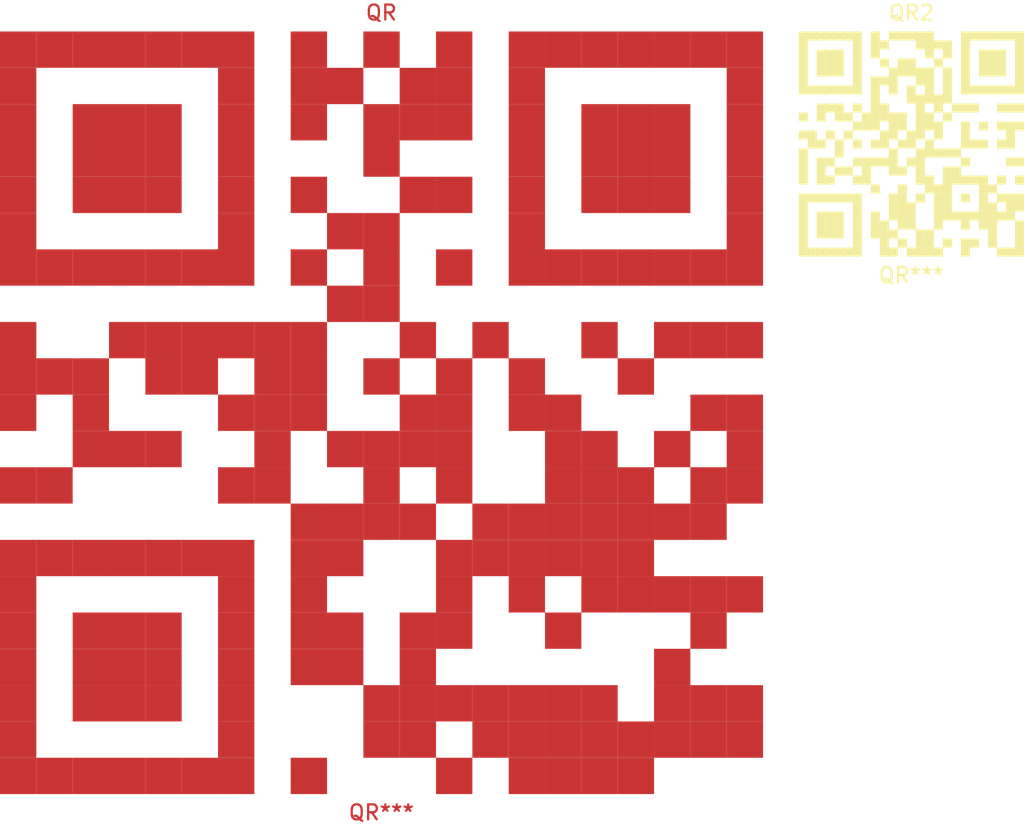
<source format=kicad_pcb>
(kicad_pcb (version 20171130) (host pcbnew 5.1.9+dfsg1-1)

  (general
    (thickness 1.6)
    (drawings 0)
    (tracks 0)
    (zones 0)
    (modules 2)
    (nets 1)
  )

  (page A4)
  (layers
    (0 F.Cu signal)
    (1 In1.Cu signal hide)
    (2 In2.Cu signal hide)
    (31 B.Cu signal)
    (32 B.Adhes user)
    (33 F.Adhes user)
    (34 B.Paste user)
    (35 F.Paste user)
    (36 B.SilkS user)
    (37 F.SilkS user)
    (38 B.Mask user)
    (39 F.Mask user)
    (40 Dwgs.User user)
    (41 Cmts.User user)
    (42 Eco1.User user)
    (43 Eco2.User user)
    (44 Edge.Cuts user)
    (45 Margin user)
    (46 B.CrtYd user)
    (47 F.CrtYd user)
    (48 B.Fab user)
    (49 F.Fab user)
  )

  (setup
    (last_trace_width 0.25)
    (trace_clearance 0.2)
    (zone_clearance 0.508)
    (zone_45_only no)
    (trace_min 0.2)
    (via_size 0.8)
    (via_drill 0.4)
    (via_min_size 0.4)
    (via_min_drill 0.3)
    (uvia_size 0.3)
    (uvia_drill 0.1)
    (uvias_allowed no)
    (uvia_min_size 0.2)
    (uvia_min_drill 0.1)
    (edge_width 0.1)
    (segment_width 0.2)
    (pcb_text_width 0.3)
    (pcb_text_size 1.5 1.5)
    (mod_edge_width 0.15)
    (mod_text_size 1 1)
    (mod_text_width 0.15)
    (pad_size 1.524 1.524)
    (pad_drill 0.762)
    (pad_to_mask_clearance 0)
    (aux_axis_origin 0 0)
    (visible_elements FFFFFF7F)
    (pcbplotparams
      (layerselection 0x010fc_ffffffff)
      (usegerberextensions false)
      (usegerberattributes true)
      (usegerberadvancedattributes true)
      (creategerberjobfile true)
      (excludeedgelayer true)
      (linewidth 0.100000)
      (plotframeref false)
      (viasonmask false)
      (mode 1)
      (useauxorigin false)
      (hpglpennumber 1)
      (hpglpenspeed 20)
      (hpglpendiameter 15.000000)
      (psnegative false)
      (psa4output false)
      (plotreference true)
      (plotvalue true)
      (plotinvisibletext false)
      (padsonsilk false)
      (subtractmaskfromsilk false)
      (outputformat 1)
      (mirror false)
      (drillshape 1)
      (scaleselection 1)
      (outputdirectory ""))
  )

  (net 0 "")

  (net_class Default "Esta es la clase de red por defecto."
    (clearance 0.2)
    (trace_width 0.25)
    (via_dia 0.8)
    (via_drill 0.4)
    (uvia_dia 0.3)
    (uvia_drill 0.1)
  )

  (module qr:QR (layer F.Cu) (tedit 0) (tstamp 61D26C5C)
    (at 65.8 96.9)
    (fp_text reference QR*** (at 0 26.65) (layer F.Cu)
      (effects (font (size 1 1) (thickness 0.15)))
    )
    (fp_text value QR (at 0 -26.65) (layer F.Cu)
      (effects (font (size 1 1) (thickness 0.15)))
    )
    (fp_text user "bogus 1 2 3 4" (at 0 -35.15) (layer F.Cu) hide
      (effects (font (size 1 1) (thickness 0.15)))
    )
    (fp_text user "qr_mask: 6" (at 0 -33.45) (layer F.Cu) hide
      (effects (font (size 1 1) (thickness 0.15)))
    )
    (fp_text user "qr_ecc: 1,0" (at 0 -31.75) (layer F.Cu) hide
      (effects (font (size 1 1) (thickness 0.15)))
    )
    (fp_text user "qr_size: 21" (at 0 -30.05) (layer F.Cu) hide
      (effects (font (size 1 1) (thickness 0.15)))
    )
    (fp_text user "qr_version: 1" (at 0 -28.35) (layer F.Cu) hide
      (effects (font (size 1 1) (thickness 0.15)))
    )
    (fp_poly (pts (xy -25.4 -25.4) (xy -25.4 -22.98) (xy -22.98 -22.98) (xy -22.98 -25.4)) (layer F.Cu) (width 0))
    (fp_poly (pts (xy -22.98 -25.4) (xy -22.98 -22.98) (xy -20.56 -22.98) (xy -20.56 -25.4)) (layer F.Cu) (width 0))
    (fp_poly (pts (xy -20.56 -25.4) (xy -20.56 -22.98) (xy -18.14 -22.98) (xy -18.14 -25.4)) (layer F.Cu) (width 0))
    (fp_poly (pts (xy -18.14 -25.4) (xy -18.14 -22.98) (xy -15.72 -22.98) (xy -15.72 -25.4)) (layer F.Cu) (width 0))
    (fp_poly (pts (xy -15.72 -25.4) (xy -15.72 -22.98) (xy -13.3 -22.98) (xy -13.3 -25.4)) (layer F.Cu) (width 0))
    (fp_poly (pts (xy -13.3 -25.4) (xy -13.3 -22.98) (xy -10.88 -22.98) (xy -10.88 -25.4)) (layer F.Cu) (width 0))
    (fp_poly (pts (xy -10.88 -25.4) (xy -10.88 -22.98) (xy -8.46 -22.98) (xy -8.46 -25.4)) (layer F.Cu) (width 0))
    (fp_poly (pts (xy -6.04 -25.4) (xy -6.04 -22.98) (xy -3.62 -22.98) (xy -3.62 -25.4)) (layer F.Cu) (width 0))
    (fp_poly (pts (xy -1.2 -25.4) (xy -1.2 -22.98) (xy 1.22 -22.98) (xy 1.22 -25.4)) (layer F.Cu) (width 0))
    (fp_poly (pts (xy 3.64 -25.4) (xy 3.64 -22.98) (xy 6.06 -22.98) (xy 6.06 -25.4)) (layer F.Cu) (width 0))
    (fp_poly (pts (xy 8.48 -25.4) (xy 8.48 -22.98) (xy 10.9 -22.98) (xy 10.9 -25.4)) (layer F.Cu) (width 0))
    (fp_poly (pts (xy 10.9 -25.4) (xy 10.9 -22.98) (xy 13.32 -22.98) (xy 13.32 -25.4)) (layer F.Cu) (width 0))
    (fp_poly (pts (xy 13.32 -25.4) (xy 13.32 -22.98) (xy 15.74 -22.98) (xy 15.74 -25.4)) (layer F.Cu) (width 0))
    (fp_poly (pts (xy 15.74 -25.4) (xy 15.74 -22.98) (xy 18.16 -22.98) (xy 18.16 -25.4)) (layer F.Cu) (width 0))
    (fp_poly (pts (xy 18.16 -25.4) (xy 18.16 -22.98) (xy 20.58 -22.98) (xy 20.58 -25.4)) (layer F.Cu) (width 0))
    (fp_poly (pts (xy 20.58 -25.4) (xy 20.58 -22.98) (xy 23 -22.98) (xy 23 -25.4)) (layer F.Cu) (width 0))
    (fp_poly (pts (xy 23 -25.4) (xy 23 -22.98) (xy 25.42 -22.98) (xy 25.42 -25.4)) (layer F.Cu) (width 0))
    (fp_poly (pts (xy -25.4 -22.98) (xy -25.4 -20.56) (xy -22.98 -20.56) (xy -22.98 -22.98)) (layer F.Cu) (width 0))
    (fp_poly (pts (xy -10.88 -22.98) (xy -10.88 -20.56) (xy -8.46 -20.56) (xy -8.46 -22.98)) (layer F.Cu) (width 0))
    (fp_poly (pts (xy -6.04 -22.98) (xy -6.04 -20.56) (xy -3.62 -20.56) (xy -3.62 -22.98)) (layer F.Cu) (width 0))
    (fp_poly (pts (xy -3.62 -22.98) (xy -3.62 -20.56) (xy -1.2 -20.56) (xy -1.2 -22.98)) (layer F.Cu) (width 0))
    (fp_poly (pts (xy 1.22 -22.98) (xy 1.22 -20.56) (xy 3.64 -20.56) (xy 3.64 -22.98)) (layer F.Cu) (width 0))
    (fp_poly (pts (xy 3.64 -22.98) (xy 3.64 -20.56) (xy 6.06 -20.56) (xy 6.06 -22.98)) (layer F.Cu) (width 0))
    (fp_poly (pts (xy 8.48 -22.98) (xy 8.48 -20.56) (xy 10.9 -20.56) (xy 10.9 -22.98)) (layer F.Cu) (width 0))
    (fp_poly (pts (xy 23 -22.98) (xy 23 -20.56) (xy 25.42 -20.56) (xy 25.42 -22.98)) (layer F.Cu) (width 0))
    (fp_poly (pts (xy -25.4 -20.56) (xy -25.4 -18.14) (xy -22.98 -18.14) (xy -22.98 -20.56)) (layer F.Cu) (width 0))
    (fp_poly (pts (xy -20.56 -20.56) (xy -20.56 -18.14) (xy -18.14 -18.14) (xy -18.14 -20.56)) (layer F.Cu) (width 0))
    (fp_poly (pts (xy -18.14 -20.56) (xy -18.14 -18.14) (xy -15.72 -18.14) (xy -15.72 -20.56)) (layer F.Cu) (width 0))
    (fp_poly (pts (xy -15.72 -20.56) (xy -15.72 -18.14) (xy -13.3 -18.14) (xy -13.3 -20.56)) (layer F.Cu) (width 0))
    (fp_poly (pts (xy -10.88 -20.56) (xy -10.88 -18.14) (xy -8.46 -18.14) (xy -8.46 -20.56)) (layer F.Cu) (width 0))
    (fp_poly (pts (xy -6.04 -20.56) (xy -6.04 -18.14) (xy -3.62 -18.14) (xy -3.62 -20.56)) (layer F.Cu) (width 0))
    (fp_poly (pts (xy -1.2 -20.56) (xy -1.2 -18.14) (xy 1.22 -18.14) (xy 1.22 -20.56)) (layer F.Cu) (width 0))
    (fp_poly (pts (xy 1.22 -20.56) (xy 1.22 -18.14) (xy 3.64 -18.14) (xy 3.64 -20.56)) (layer F.Cu) (width 0))
    (fp_poly (pts (xy 3.64 -20.56) (xy 3.64 -18.14) (xy 6.06 -18.14) (xy 6.06 -20.56)) (layer F.Cu) (width 0))
    (fp_poly (pts (xy 8.48 -20.56) (xy 8.48 -18.14) (xy 10.9 -18.14) (xy 10.9 -20.56)) (layer F.Cu) (width 0))
    (fp_poly (pts (xy 13.32 -20.56) (xy 13.32 -18.14) (xy 15.74 -18.14) (xy 15.74 -20.56)) (layer F.Cu) (width 0))
    (fp_poly (pts (xy 15.74 -20.56) (xy 15.74 -18.14) (xy 18.16 -18.14) (xy 18.16 -20.56)) (layer F.Cu) (width 0))
    (fp_poly (pts (xy 18.16 -20.56) (xy 18.16 -18.14) (xy 20.58 -18.14) (xy 20.58 -20.56)) (layer F.Cu) (width 0))
    (fp_poly (pts (xy 23 -20.56) (xy 23 -18.14) (xy 25.42 -18.14) (xy 25.42 -20.56)) (layer F.Cu) (width 0))
    (fp_poly (pts (xy -25.4 -18.14) (xy -25.4 -15.72) (xy -22.98 -15.72) (xy -22.98 -18.14)) (layer F.Cu) (width 0))
    (fp_poly (pts (xy -20.56 -18.14) (xy -20.56 -15.72) (xy -18.14 -15.72) (xy -18.14 -18.14)) (layer F.Cu) (width 0))
    (fp_poly (pts (xy -18.14 -18.14) (xy -18.14 -15.72) (xy -15.72 -15.72) (xy -15.72 -18.14)) (layer F.Cu) (width 0))
    (fp_poly (pts (xy -15.72 -18.14) (xy -15.72 -15.72) (xy -13.3 -15.72) (xy -13.3 -18.14)) (layer F.Cu) (width 0))
    (fp_poly (pts (xy -10.88 -18.14) (xy -10.88 -15.72) (xy -8.46 -15.72) (xy -8.46 -18.14)) (layer F.Cu) (width 0))
    (fp_poly (pts (xy -1.2 -18.14) (xy -1.2 -15.72) (xy 1.22 -15.72) (xy 1.22 -18.14)) (layer F.Cu) (width 0))
    (fp_poly (pts (xy 8.48 -18.14) (xy 8.48 -15.72) (xy 10.9 -15.72) (xy 10.9 -18.14)) (layer F.Cu) (width 0))
    (fp_poly (pts (xy 13.32 -18.14) (xy 13.32 -15.72) (xy 15.74 -15.72) (xy 15.74 -18.14)) (layer F.Cu) (width 0))
    (fp_poly (pts (xy 15.74 -18.14) (xy 15.74 -15.72) (xy 18.16 -15.72) (xy 18.16 -18.14)) (layer F.Cu) (width 0))
    (fp_poly (pts (xy 18.16 -18.14) (xy 18.16 -15.72) (xy 20.58 -15.72) (xy 20.58 -18.14)) (layer F.Cu) (width 0))
    (fp_poly (pts (xy 23 -18.14) (xy 23 -15.72) (xy 25.42 -15.72) (xy 25.42 -18.14)) (layer F.Cu) (width 0))
    (fp_poly (pts (xy -25.4 -15.72) (xy -25.4 -13.3) (xy -22.98 -13.3) (xy -22.98 -15.72)) (layer F.Cu) (width 0))
    (fp_poly (pts (xy -20.56 -15.72) (xy -20.56 -13.3) (xy -18.14 -13.3) (xy -18.14 -15.72)) (layer F.Cu) (width 0))
    (fp_poly (pts (xy -18.14 -15.72) (xy -18.14 -13.3) (xy -15.72 -13.3) (xy -15.72 -15.72)) (layer F.Cu) (width 0))
    (fp_poly (pts (xy -15.72 -15.72) (xy -15.72 -13.3) (xy -13.3 -13.3) (xy -13.3 -15.72)) (layer F.Cu) (width 0))
    (fp_poly (pts (xy -10.88 -15.72) (xy -10.88 -13.3) (xy -8.46 -13.3) (xy -8.46 -15.72)) (layer F.Cu) (width 0))
    (fp_poly (pts (xy -6.04 -15.72) (xy -6.04 -13.3) (xy -3.62 -13.3) (xy -3.62 -15.72)) (layer F.Cu) (width 0))
    (fp_poly (pts (xy 1.22 -15.72) (xy 1.22 -13.3) (xy 3.64 -13.3) (xy 3.64 -15.72)) (layer F.Cu) (width 0))
    (fp_poly (pts (xy 3.64 -15.72) (xy 3.64 -13.3) (xy 6.06 -13.3) (xy 6.06 -15.72)) (layer F.Cu) (width 0))
    (fp_poly (pts (xy 8.48 -15.72) (xy 8.48 -13.3) (xy 10.9 -13.3) (xy 10.9 -15.72)) (layer F.Cu) (width 0))
    (fp_poly (pts (xy 13.32 -15.72) (xy 13.32 -13.3) (xy 15.74 -13.3) (xy 15.74 -15.72)) (layer F.Cu) (width 0))
    (fp_poly (pts (xy 15.74 -15.72) (xy 15.74 -13.3) (xy 18.16 -13.3) (xy 18.16 -15.72)) (layer F.Cu) (width 0))
    (fp_poly (pts (xy 18.16 -15.72) (xy 18.16 -13.3) (xy 20.58 -13.3) (xy 20.58 -15.72)) (layer F.Cu) (width 0))
    (fp_poly (pts (xy 23 -15.72) (xy 23 -13.3) (xy 25.42 -13.3) (xy 25.42 -15.72)) (layer F.Cu) (width 0))
    (fp_poly (pts (xy -25.4 -13.3) (xy -25.4 -10.88) (xy -22.98 -10.88) (xy -22.98 -13.3)) (layer F.Cu) (width 0))
    (fp_poly (pts (xy -10.88 -13.3) (xy -10.88 -10.88) (xy -8.46 -10.88) (xy -8.46 -13.3)) (layer F.Cu) (width 0))
    (fp_poly (pts (xy -3.62 -13.3) (xy -3.62 -10.88) (xy -1.2 -10.88) (xy -1.2 -13.3)) (layer F.Cu) (width 0))
    (fp_poly (pts (xy -1.2 -13.3) (xy -1.2 -10.88) (xy 1.22 -10.88) (xy 1.22 -13.3)) (layer F.Cu) (width 0))
    (fp_poly (pts (xy 8.48 -13.3) (xy 8.48 -10.88) (xy 10.9 -10.88) (xy 10.9 -13.3)) (layer F.Cu) (width 0))
    (fp_poly (pts (xy 23 -13.3) (xy 23 -10.88) (xy 25.42 -10.88) (xy 25.42 -13.3)) (layer F.Cu) (width 0))
    (fp_poly (pts (xy -25.4 -10.88) (xy -25.4 -8.46) (xy -22.98 -8.46) (xy -22.98 -10.88)) (layer F.Cu) (width 0))
    (fp_poly (pts (xy -22.98 -10.88) (xy -22.98 -8.46) (xy -20.56 -8.46) (xy -20.56 -10.88)) (layer F.Cu) (width 0))
    (fp_poly (pts (xy -20.56 -10.88) (xy -20.56 -8.46) (xy -18.14 -8.46) (xy -18.14 -10.88)) (layer F.Cu) (width 0))
    (fp_poly (pts (xy -18.14 -10.88) (xy -18.14 -8.46) (xy -15.72 -8.46) (xy -15.72 -10.88)) (layer F.Cu) (width 0))
    (fp_poly (pts (xy -15.72 -10.88) (xy -15.72 -8.46) (xy -13.3 -8.46) (xy -13.3 -10.88)) (layer F.Cu) (width 0))
    (fp_poly (pts (xy -13.3 -10.88) (xy -13.3 -8.46) (xy -10.88 -8.46) (xy -10.88 -10.88)) (layer F.Cu) (width 0))
    (fp_poly (pts (xy -10.88 -10.88) (xy -10.88 -8.46) (xy -8.46 -8.46) (xy -8.46 -10.88)) (layer F.Cu) (width 0))
    (fp_poly (pts (xy -6.04 -10.88) (xy -6.04 -8.46) (xy -3.62 -8.46) (xy -3.62 -10.88)) (layer F.Cu) (width 0))
    (fp_poly (pts (xy -1.2 -10.88) (xy -1.2 -8.46) (xy 1.22 -8.46) (xy 1.22 -10.88)) (layer F.Cu) (width 0))
    (fp_poly (pts (xy 3.64 -10.88) (xy 3.64 -8.46) (xy 6.06 -8.46) (xy 6.06 -10.88)) (layer F.Cu) (width 0))
    (fp_poly (pts (xy 8.48 -10.88) (xy 8.48 -8.46) (xy 10.9 -8.46) (xy 10.9 -10.88)) (layer F.Cu) (width 0))
    (fp_poly (pts (xy 10.9 -10.88) (xy 10.9 -8.46) (xy 13.32 -8.46) (xy 13.32 -10.88)) (layer F.Cu) (width 0))
    (fp_poly (pts (xy 13.32 -10.88) (xy 13.32 -8.46) (xy 15.74 -8.46) (xy 15.74 -10.88)) (layer F.Cu) (width 0))
    (fp_poly (pts (xy 15.74 -10.88) (xy 15.74 -8.46) (xy 18.16 -8.46) (xy 18.16 -10.88)) (layer F.Cu) (width 0))
    (fp_poly (pts (xy 18.16 -10.88) (xy 18.16 -8.46) (xy 20.58 -8.46) (xy 20.58 -10.88)) (layer F.Cu) (width 0))
    (fp_poly (pts (xy 20.58 -10.88) (xy 20.58 -8.46) (xy 23 -8.46) (xy 23 -10.88)) (layer F.Cu) (width 0))
    (fp_poly (pts (xy 23 -10.88) (xy 23 -8.46) (xy 25.42 -8.46) (xy 25.42 -10.88)) (layer F.Cu) (width 0))
    (fp_poly (pts (xy -3.62 -8.46) (xy -3.62 -6.04) (xy -1.2 -6.04) (xy -1.2 -8.46)) (layer F.Cu) (width 0))
    (fp_poly (pts (xy -1.2 -8.46) (xy -1.2 -6.04) (xy 1.22 -6.04) (xy 1.22 -8.46)) (layer F.Cu) (width 0))
    (fp_poly (pts (xy -25.4 -6.04) (xy -25.4 -3.62) (xy -22.98 -3.62) (xy -22.98 -6.04)) (layer F.Cu) (width 0))
    (fp_poly (pts (xy -18.14 -6.04) (xy -18.14 -3.62) (xy -15.72 -3.62) (xy -15.72 -6.04)) (layer F.Cu) (width 0))
    (fp_poly (pts (xy -15.72 -6.04) (xy -15.72 -3.62) (xy -13.3 -3.62) (xy -13.3 -6.04)) (layer F.Cu) (width 0))
    (fp_poly (pts (xy -13.3 -6.04) (xy -13.3 -3.62) (xy -10.88 -3.62) (xy -10.88 -6.04)) (layer F.Cu) (width 0))
    (fp_poly (pts (xy -10.88 -6.04) (xy -10.88 -3.62) (xy -8.46 -3.62) (xy -8.46 -6.04)) (layer F.Cu) (width 0))
    (fp_poly (pts (xy -8.46 -6.04) (xy -8.46 -3.62) (xy -6.04 -3.62) (xy -6.04 -6.04)) (layer F.Cu) (width 0))
    (fp_poly (pts (xy -6.04 -6.04) (xy -6.04 -3.62) (xy -3.62 -3.62) (xy -3.62 -6.04)) (layer F.Cu) (width 0))
    (fp_poly (pts (xy 1.22 -6.04) (xy 1.22 -3.62) (xy 3.64 -3.62) (xy 3.64 -6.04)) (layer F.Cu) (width 0))
    (fp_poly (pts (xy 6.06 -6.04) (xy 6.06 -3.62) (xy 8.48 -3.62) (xy 8.48 -6.04)) (layer F.Cu) (width 0))
    (fp_poly (pts (xy 13.32 -6.04) (xy 13.32 -3.62) (xy 15.74 -3.62) (xy 15.74 -6.04)) (layer F.Cu) (width 0))
    (fp_poly (pts (xy 18.16 -6.04) (xy 18.16 -3.62) (xy 20.58 -3.62) (xy 20.58 -6.04)) (layer F.Cu) (width 0))
    (fp_poly (pts (xy 20.58 -6.04) (xy 20.58 -3.62) (xy 23 -3.62) (xy 23 -6.04)) (layer F.Cu) (width 0))
    (fp_poly (pts (xy 23 -6.04) (xy 23 -3.62) (xy 25.42 -3.62) (xy 25.42 -6.04)) (layer F.Cu) (width 0))
    (fp_poly (pts (xy -25.4 -3.62) (xy -25.4 -1.2) (xy -22.98 -1.2) (xy -22.98 -3.62)) (layer F.Cu) (width 0))
    (fp_poly (pts (xy -22.98 -3.62) (xy -22.98 -1.2) (xy -20.56 -1.2) (xy -20.56 -3.62)) (layer F.Cu) (width 0))
    (fp_poly (pts (xy -20.56 -3.62) (xy -20.56 -1.2) (xy -18.14 -1.2) (xy -18.14 -3.62)) (layer F.Cu) (width 0))
    (fp_poly (pts (xy -15.72 -3.62) (xy -15.72 -1.2) (xy -13.3 -1.2) (xy -13.3 -3.62)) (layer F.Cu) (width 0))
    (fp_poly (pts (xy -13.3 -3.62) (xy -13.3 -1.2) (xy -10.88 -1.2) (xy -10.88 -3.62)) (layer F.Cu) (width 0))
    (fp_poly (pts (xy -8.46 -3.62) (xy -8.46 -1.2) (xy -6.04 -1.2) (xy -6.04 -3.62)) (layer F.Cu) (width 0))
    (fp_poly (pts (xy -6.04 -3.62) (xy -6.04 -1.2) (xy -3.62 -1.2) (xy -3.62 -3.62)) (layer F.Cu) (width 0))
    (fp_poly (pts (xy -1.2 -3.62) (xy -1.2 -1.2) (xy 1.22 -1.2) (xy 1.22 -3.62)) (layer F.Cu) (width 0))
    (fp_poly (pts (xy 3.64 -3.62) (xy 3.64 -1.2) (xy 6.06 -1.2) (xy 6.06 -3.62)) (layer F.Cu) (width 0))
    (fp_poly (pts (xy 8.48 -3.62) (xy 8.48 -1.2) (xy 10.9 -1.2) (xy 10.9 -3.62)) (layer F.Cu) (width 0))
    (fp_poly (pts (xy 15.74 -3.62) (xy 15.74 -1.2) (xy 18.16 -1.2) (xy 18.16 -3.62)) (layer F.Cu) (width 0))
    (fp_poly (pts (xy -25.4 -1.2) (xy -25.4 1.22) (xy -22.98 1.22) (xy -22.98 -1.2)) (layer F.Cu) (width 0))
    (fp_poly (pts (xy -20.56 -1.2) (xy -20.56 1.22) (xy -18.14 1.22) (xy -18.14 -1.2)) (layer F.Cu) (width 0))
    (fp_poly (pts (xy -10.88 -1.2) (xy -10.88 1.22) (xy -8.46 1.22) (xy -8.46 -1.2)) (layer F.Cu) (width 0))
    (fp_poly (pts (xy -8.46 -1.2) (xy -8.46 1.22) (xy -6.04 1.22) (xy -6.04 -1.2)) (layer F.Cu) (width 0))
    (fp_poly (pts (xy -6.04 -1.2) (xy -6.04 1.22) (xy -3.62 1.22) (xy -3.62 -1.2)) (layer F.Cu) (width 0))
    (fp_poly (pts (xy 1.22 -1.2) (xy 1.22 1.22) (xy 3.64 1.22) (xy 3.64 -1.2)) (layer F.Cu) (width 0))
    (fp_poly (pts (xy 3.64 -1.2) (xy 3.64 1.22) (xy 6.06 1.22) (xy 6.06 -1.2)) (layer F.Cu) (width 0))
    (fp_poly (pts (xy 8.48 -1.2) (xy 8.48 1.22) (xy 10.9 1.22) (xy 10.9 -1.2)) (layer F.Cu) (width 0))
    (fp_poly (pts (xy 10.9 -1.2) (xy 10.9 1.22) (xy 13.32 1.22) (xy 13.32 -1.2)) (layer F.Cu) (width 0))
    (fp_poly (pts (xy 20.58 -1.2) (xy 20.58 1.22) (xy 23 1.22) (xy 23 -1.2)) (layer F.Cu) (width 0))
    (fp_poly (pts (xy 23 -1.2) (xy 23 1.22) (xy 25.42 1.22) (xy 25.42 -1.2)) (layer F.Cu) (width 0))
    (fp_poly (pts (xy -20.56 1.22) (xy -20.56 3.64) (xy -18.14 3.64) (xy -18.14 1.22)) (layer F.Cu) (width 0))
    (fp_poly (pts (xy -18.14 1.22) (xy -18.14 3.64) (xy -15.72 3.64) (xy -15.72 1.22)) (layer F.Cu) (width 0))
    (fp_poly (pts (xy -15.72 1.22) (xy -15.72 3.64) (xy -13.3 3.64) (xy -13.3 1.22)) (layer F.Cu) (width 0))
    (fp_poly (pts (xy -8.46 1.22) (xy -8.46 3.64) (xy -6.04 3.64) (xy -6.04 1.22)) (layer F.Cu) (width 0))
    (fp_poly (pts (xy -3.62 1.22) (xy -3.62 3.64) (xy -1.2 3.64) (xy -1.2 1.22)) (layer F.Cu) (width 0))
    (fp_poly (pts (xy -1.2 1.22) (xy -1.2 3.64) (xy 1.22 3.64) (xy 1.22 1.22)) (layer F.Cu) (width 0))
    (fp_poly (pts (xy 1.22 1.22) (xy 1.22 3.64) (xy 3.64 3.64) (xy 3.64 1.22)) (layer F.Cu) (width 0))
    (fp_poly (pts (xy 3.64 1.22) (xy 3.64 3.64) (xy 6.06 3.64) (xy 6.06 1.22)) (layer F.Cu) (width 0))
    (fp_poly (pts (xy 10.9 1.22) (xy 10.9 3.64) (xy 13.32 3.64) (xy 13.32 1.22)) (layer F.Cu) (width 0))
    (fp_poly (pts (xy 13.32 1.22) (xy 13.32 3.64) (xy 15.74 3.64) (xy 15.74 1.22)) (layer F.Cu) (width 0))
    (fp_poly (pts (xy 18.16 1.22) (xy 18.16 3.64) (xy 20.58 3.64) (xy 20.58 1.22)) (layer F.Cu) (width 0))
    (fp_poly (pts (xy 23 1.22) (xy 23 3.64) (xy 25.42 3.64) (xy 25.42 1.22)) (layer F.Cu) (width 0))
    (fp_poly (pts (xy -25.4 3.64) (xy -25.4 6.06) (xy -22.98 6.06) (xy -22.98 3.64)) (layer F.Cu) (width 0))
    (fp_poly (pts (xy -22.98 3.64) (xy -22.98 6.06) (xy -20.56 6.06) (xy -20.56 3.64)) (layer F.Cu) (width 0))
    (fp_poly (pts (xy -10.88 3.64) (xy -10.88 6.06) (xy -8.46 6.06) (xy -8.46 3.64)) (layer F.Cu) (width 0))
    (fp_poly (pts (xy -8.46 3.64) (xy -8.46 6.06) (xy -6.04 6.06) (xy -6.04 3.64)) (layer F.Cu) (width 0))
    (fp_poly (pts (xy -1.2 3.64) (xy -1.2 6.06) (xy 1.22 6.06) (xy 1.22 3.64)) (layer F.Cu) (width 0))
    (fp_poly (pts (xy 3.64 3.64) (xy 3.64 6.06) (xy 6.06 6.06) (xy 6.06 3.64)) (layer F.Cu) (width 0))
    (fp_poly (pts (xy 10.9 3.64) (xy 10.9 6.06) (xy 13.32 6.06) (xy 13.32 3.64)) (layer F.Cu) (width 0))
    (fp_poly (pts (xy 13.32 3.64) (xy 13.32 6.06) (xy 15.74 6.06) (xy 15.74 3.64)) (layer F.Cu) (width 0))
    (fp_poly (pts (xy 15.74 3.64) (xy 15.74 6.06) (xy 18.16 6.06) (xy 18.16 3.64)) (layer F.Cu) (width 0))
    (fp_poly (pts (xy 20.58 3.64) (xy 20.58 6.06) (xy 23 6.06) (xy 23 3.64)) (layer F.Cu) (width 0))
    (fp_poly (pts (xy 23 3.64) (xy 23 6.06) (xy 25.42 6.06) (xy 25.42 3.64)) (layer F.Cu) (width 0))
    (fp_poly (pts (xy -6.04 6.06) (xy -6.04 8.48) (xy -3.62 8.48) (xy -3.62 6.06)) (layer F.Cu) (width 0))
    (fp_poly (pts (xy -3.62 6.06) (xy -3.62 8.48) (xy -1.2 8.48) (xy -1.2 6.06)) (layer F.Cu) (width 0))
    (fp_poly (pts (xy -1.2 6.06) (xy -1.2 8.48) (xy 1.22 8.48) (xy 1.22 6.06)) (layer F.Cu) (width 0))
    (fp_poly (pts (xy 1.22 6.06) (xy 1.22 8.48) (xy 3.64 8.48) (xy 3.64 6.06)) (layer F.Cu) (width 0))
    (fp_poly (pts (xy 6.06 6.06) (xy 6.06 8.48) (xy 8.48 8.48) (xy 8.48 6.06)) (layer F.Cu) (width 0))
    (fp_poly (pts (xy 8.48 6.06) (xy 8.48 8.48) (xy 10.9 8.48) (xy 10.9 6.06)) (layer F.Cu) (width 0))
    (fp_poly (pts (xy 10.9 6.06) (xy 10.9 8.48) (xy 13.32 8.48) (xy 13.32 6.06)) (layer F.Cu) (width 0))
    (fp_poly (pts (xy 13.32 6.06) (xy 13.32 8.48) (xy 15.74 8.48) (xy 15.74 6.06)) (layer F.Cu) (width 0))
    (fp_poly (pts (xy 15.74 6.06) (xy 15.74 8.48) (xy 18.16 8.48) (xy 18.16 6.06)) (layer F.Cu) (width 0))
    (fp_poly (pts (xy 18.16 6.06) (xy 18.16 8.48) (xy 20.58 8.48) (xy 20.58 6.06)) (layer F.Cu) (width 0))
    (fp_poly (pts (xy 20.58 6.06) (xy 20.58 8.48) (xy 23 8.48) (xy 23 6.06)) (layer F.Cu) (width 0))
    (fp_poly (pts (xy -25.4 8.48) (xy -25.4 10.9) (xy -22.98 10.9) (xy -22.98 8.48)) (layer F.Cu) (width 0))
    (fp_poly (pts (xy -22.98 8.48) (xy -22.98 10.9) (xy -20.56 10.9) (xy -20.56 8.48)) (layer F.Cu) (width 0))
    (fp_poly (pts (xy -20.56 8.48) (xy -20.56 10.9) (xy -18.14 10.9) (xy -18.14 8.48)) (layer F.Cu) (width 0))
    (fp_poly (pts (xy -18.14 8.48) (xy -18.14 10.9) (xy -15.72 10.9) (xy -15.72 8.48)) (layer F.Cu) (width 0))
    (fp_poly (pts (xy -15.72 8.48) (xy -15.72 10.9) (xy -13.3 10.9) (xy -13.3 8.48)) (layer F.Cu) (width 0))
    (fp_poly (pts (xy -13.3 8.48) (xy -13.3 10.9) (xy -10.88 10.9) (xy -10.88 8.48)) (layer F.Cu) (width 0))
    (fp_poly (pts (xy -10.88 8.48) (xy -10.88 10.9) (xy -8.46 10.9) (xy -8.46 8.48)) (layer F.Cu) (width 0))
    (fp_poly (pts (xy -6.04 8.48) (xy -6.04 10.9) (xy -3.62 10.9) (xy -3.62 8.48)) (layer F.Cu) (width 0))
    (fp_poly (pts (xy -3.62 8.48) (xy -3.62 10.9) (xy -1.2 10.9) (xy -1.2 8.48)) (layer F.Cu) (width 0))
    (fp_poly (pts (xy 3.64 8.48) (xy 3.64 10.9) (xy 6.06 10.9) (xy 6.06 8.48)) (layer F.Cu) (width 0))
    (fp_poly (pts (xy 6.06 8.48) (xy 6.06 10.9) (xy 8.48 10.9) (xy 8.48 8.48)) (layer F.Cu) (width 0))
    (fp_poly (pts (xy 8.48 8.48) (xy 8.48 10.9) (xy 10.9 10.9) (xy 10.9 8.48)) (layer F.Cu) (width 0))
    (fp_poly (pts (xy 10.9 8.48) (xy 10.9 10.9) (xy 13.32 10.9) (xy 13.32 8.48)) (layer F.Cu) (width 0))
    (fp_poly (pts (xy 13.32 8.48) (xy 13.32 10.9) (xy 15.74 10.9) (xy 15.74 8.48)) (layer F.Cu) (width 0))
    (fp_poly (pts (xy 15.74 8.48) (xy 15.74 10.9) (xy 18.16 10.9) (xy 18.16 8.48)) (layer F.Cu) (width 0))
    (fp_poly (pts (xy -25.4 10.9) (xy -25.4 13.32) (xy -22.98 13.32) (xy -22.98 10.9)) (layer F.Cu) (width 0))
    (fp_poly (pts (xy -10.88 10.9) (xy -10.88 13.32) (xy -8.46 13.32) (xy -8.46 10.9)) (layer F.Cu) (width 0))
    (fp_poly (pts (xy -6.04 10.9) (xy -6.04 13.32) (xy -3.62 13.32) (xy -3.62 10.9)) (layer F.Cu) (width 0))
    (fp_poly (pts (xy 3.64 10.9) (xy 3.64 13.32) (xy 6.06 13.32) (xy 6.06 10.9)) (layer F.Cu) (width 0))
    (fp_poly (pts (xy 8.48 10.9) (xy 8.48 13.32) (xy 10.9 13.32) (xy 10.9 10.9)) (layer F.Cu) (width 0))
    (fp_poly (pts (xy 13.32 10.9) (xy 13.32 13.32) (xy 15.74 13.32) (xy 15.74 10.9)) (layer F.Cu) (width 0))
    (fp_poly (pts (xy 15.74 10.9) (xy 15.74 13.32) (xy 18.16 13.32) (xy 18.16 10.9)) (layer F.Cu) (width 0))
    (fp_poly (pts (xy 18.16 10.9) (xy 18.16 13.32) (xy 20.58 13.32) (xy 20.58 10.9)) (layer F.Cu) (width 0))
    (fp_poly (pts (xy 20.58 10.9) (xy 20.58 13.32) (xy 23 13.32) (xy 23 10.9)) (layer F.Cu) (width 0))
    (fp_poly (pts (xy 23 10.9) (xy 23 13.32) (xy 25.42 13.32) (xy 25.42 10.9)) (layer F.Cu) (width 0))
    (fp_poly (pts (xy -25.4 13.32) (xy -25.4 15.74) (xy -22.98 15.74) (xy -22.98 13.32)) (layer F.Cu) (width 0))
    (fp_poly (pts (xy -20.56 13.32) (xy -20.56 15.74) (xy -18.14 15.74) (xy -18.14 13.32)) (layer F.Cu) (width 0))
    (fp_poly (pts (xy -18.14 13.32) (xy -18.14 15.74) (xy -15.72 15.74) (xy -15.72 13.32)) (layer F.Cu) (width 0))
    (fp_poly (pts (xy -15.72 13.32) (xy -15.72 15.74) (xy -13.3 15.74) (xy -13.3 13.32)) (layer F.Cu) (width 0))
    (fp_poly (pts (xy -10.88 13.32) (xy -10.88 15.74) (xy -8.46 15.74) (xy -8.46 13.32)) (layer F.Cu) (width 0))
    (fp_poly (pts (xy -6.04 13.32) (xy -6.04 15.74) (xy -3.62 15.74) (xy -3.62 13.32)) (layer F.Cu) (width 0))
    (fp_poly (pts (xy -3.62 13.32) (xy -3.62 15.74) (xy -1.2 15.74) (xy -1.2 13.32)) (layer F.Cu) (width 0))
    (fp_poly (pts (xy 1.22 13.32) (xy 1.22 15.74) (xy 3.64 15.74) (xy 3.64 13.32)) (layer F.Cu) (width 0))
    (fp_poly (pts (xy 3.64 13.32) (xy 3.64 15.74) (xy 6.06 15.74) (xy 6.06 13.32)) (layer F.Cu) (width 0))
    (fp_poly (pts (xy 10.9 13.32) (xy 10.9 15.74) (xy 13.32 15.74) (xy 13.32 13.32)) (layer F.Cu) (width 0))
    (fp_poly (pts (xy 20.58 13.32) (xy 20.58 15.74) (xy 23 15.74) (xy 23 13.32)) (layer F.Cu) (width 0))
    (fp_poly (pts (xy -25.4 15.74) (xy -25.4 18.16) (xy -22.98 18.16) (xy -22.98 15.74)) (layer F.Cu) (width 0))
    (fp_poly (pts (xy -20.56 15.74) (xy -20.56 18.16) (xy -18.14 18.16) (xy -18.14 15.74)) (layer F.Cu) (width 0))
    (fp_poly (pts (xy -18.14 15.74) (xy -18.14 18.16) (xy -15.72 18.16) (xy -15.72 15.74)) (layer F.Cu) (width 0))
    (fp_poly (pts (xy -15.72 15.74) (xy -15.72 18.16) (xy -13.3 18.16) (xy -13.3 15.74)) (layer F.Cu) (width 0))
    (fp_poly (pts (xy -10.88 15.74) (xy -10.88 18.16) (xy -8.46 18.16) (xy -8.46 15.74)) (layer F.Cu) (width 0))
    (fp_poly (pts (xy -6.04 15.74) (xy -6.04 18.16) (xy -3.62 18.16) (xy -3.62 15.74)) (layer F.Cu) (width 0))
    (fp_poly (pts (xy -3.62 15.74) (xy -3.62 18.16) (xy -1.2 18.16) (xy -1.2 15.74)) (layer F.Cu) (width 0))
    (fp_poly (pts (xy 1.22 15.74) (xy 1.22 18.16) (xy 3.64 18.16) (xy 3.64 15.74)) (layer F.Cu) (width 0))
    (fp_poly (pts (xy 18.16 15.74) (xy 18.16 18.16) (xy 20.58 18.16) (xy 20.58 15.74)) (layer F.Cu) (width 0))
    (fp_poly (pts (xy -25.4 18.16) (xy -25.4 20.58) (xy -22.98 20.58) (xy -22.98 18.16)) (layer F.Cu) (width 0))
    (fp_poly (pts (xy -20.56 18.16) (xy -20.56 20.58) (xy -18.14 20.58) (xy -18.14 18.16)) (layer F.Cu) (width 0))
    (fp_poly (pts (xy -18.14 18.16) (xy -18.14 20.58) (xy -15.72 20.58) (xy -15.72 18.16)) (layer F.Cu) (width 0))
    (fp_poly (pts (xy -15.72 18.16) (xy -15.72 20.58) (xy -13.3 20.58) (xy -13.3 18.16)) (layer F.Cu) (width 0))
    (fp_poly (pts (xy -10.88 18.16) (xy -10.88 20.58) (xy -8.46 20.58) (xy -8.46 18.16)) (layer F.Cu) (width 0))
    (fp_poly (pts (xy -1.2 18.16) (xy -1.2 20.58) (xy 1.22 20.58) (xy 1.22 18.16)) (layer F.Cu) (width 0))
    (fp_poly (pts (xy 1.22 18.16) (xy 1.22 20.58) (xy 3.64 20.58) (xy 3.64 18.16)) (layer F.Cu) (width 0))
    (fp_poly (pts (xy 3.64 18.16) (xy 3.64 20.58) (xy 6.06 20.58) (xy 6.06 18.16)) (layer F.Cu) (width 0))
    (fp_poly (pts (xy 6.06 18.16) (xy 6.06 20.58) (xy 8.48 20.58) (xy 8.48 18.16)) (layer F.Cu) (width 0))
    (fp_poly (pts (xy 8.48 18.16) (xy 8.48 20.58) (xy 10.9 20.58) (xy 10.9 18.16)) (layer F.Cu) (width 0))
    (fp_poly (pts (xy 10.9 18.16) (xy 10.9 20.58) (xy 13.32 20.58) (xy 13.32 18.16)) (layer F.Cu) (width 0))
    (fp_poly (pts (xy 13.32 18.16) (xy 13.32 20.58) (xy 15.74 20.58) (xy 15.74 18.16)) (layer F.Cu) (width 0))
    (fp_poly (pts (xy 18.16 18.16) (xy 18.16 20.58) (xy 20.58 20.58) (xy 20.58 18.16)) (layer F.Cu) (width 0))
    (fp_poly (pts (xy 20.58 18.16) (xy 20.58 20.58) (xy 23 20.58) (xy 23 18.16)) (layer F.Cu) (width 0))
    (fp_poly (pts (xy 23 18.16) (xy 23 20.58) (xy 25.42 20.58) (xy 25.42 18.16)) (layer F.Cu) (width 0))
    (fp_poly (pts (xy -25.4 20.58) (xy -25.4 23) (xy -22.98 23) (xy -22.98 20.58)) (layer F.Cu) (width 0))
    (fp_poly (pts (xy -10.88 20.58) (xy -10.88 23) (xy -8.46 23) (xy -8.46 20.58)) (layer F.Cu) (width 0))
    (fp_poly (pts (xy -1.2 20.58) (xy -1.2 23) (xy 1.22 23) (xy 1.22 20.58)) (layer F.Cu) (width 0))
    (fp_poly (pts (xy 1.22 20.58) (xy 1.22 23) (xy 3.64 23) (xy 3.64 20.58)) (layer F.Cu) (width 0))
    (fp_poly (pts (xy 6.06 20.58) (xy 6.06 23) (xy 8.48 23) (xy 8.48 20.58)) (layer F.Cu) (width 0))
    (fp_poly (pts (xy 8.48 20.58) (xy 8.48 23) (xy 10.9 23) (xy 10.9 20.58)) (layer F.Cu) (width 0))
    (fp_poly (pts (xy 10.9 20.58) (xy 10.9 23) (xy 13.32 23) (xy 13.32 20.58)) (layer F.Cu) (width 0))
    (fp_poly (pts (xy 13.32 20.58) (xy 13.32 23) (xy 15.74 23) (xy 15.74 20.58)) (layer F.Cu) (width 0))
    (fp_poly (pts (xy 15.74 20.58) (xy 15.74 23) (xy 18.16 23) (xy 18.16 20.58)) (layer F.Cu) (width 0))
    (fp_poly (pts (xy 18.16 20.58) (xy 18.16 23) (xy 20.58 23) (xy 20.58 20.58)) (layer F.Cu) (width 0))
    (fp_poly (pts (xy 20.58 20.58) (xy 20.58 23) (xy 23 23) (xy 23 20.58)) (layer F.Cu) (width 0))
    (fp_poly (pts (xy 23 20.58) (xy 23 23) (xy 25.42 23) (xy 25.42 20.58)) (layer F.Cu) (width 0))
    (fp_poly (pts (xy -25.4 23) (xy -25.4 25.42) (xy -22.98 25.42) (xy -22.98 23)) (layer F.Cu) (width 0))
    (fp_poly (pts (xy -22.98 23) (xy -22.98 25.42) (xy -20.56 25.42) (xy -20.56 23)) (layer F.Cu) (width 0))
    (fp_poly (pts (xy -20.56 23) (xy -20.56 25.42) (xy -18.14 25.42) (xy -18.14 23)) (layer F.Cu) (width 0))
    (fp_poly (pts (xy -18.14 23) (xy -18.14 25.42) (xy -15.72 25.42) (xy -15.72 23)) (layer F.Cu) (width 0))
    (fp_poly (pts (xy -15.72 23) (xy -15.72 25.42) (xy -13.3 25.42) (xy -13.3 23)) (layer F.Cu) (width 0))
    (fp_poly (pts (xy -13.3 23) (xy -13.3 25.42) (xy -10.88 25.42) (xy -10.88 23)) (layer F.Cu) (width 0))
    (fp_poly (pts (xy -10.88 23) (xy -10.88 25.42) (xy -8.46 25.42) (xy -8.46 23)) (layer F.Cu) (width 0))
    (fp_poly (pts (xy -6.04 23) (xy -6.04 25.42) (xy -3.62 25.42) (xy -3.62 23)) (layer F.Cu) (width 0))
    (fp_poly (pts (xy 3.64 23) (xy 3.64 25.42) (xy 6.06 25.42) (xy 6.06 23)) (layer F.Cu) (width 0))
    (fp_poly (pts (xy 8.48 23) (xy 8.48 25.42) (xy 10.9 25.42) (xy 10.9 23)) (layer F.Cu) (width 0))
    (fp_poly (pts (xy 10.9 23) (xy 10.9 25.42) (xy 13.32 25.42) (xy 13.32 23)) (layer F.Cu) (width 0))
    (fp_poly (pts (xy 13.32 23) (xy 13.32 25.42) (xy 15.74 25.42) (xy 15.74 23)) (layer F.Cu) (width 0))
    (fp_poly (pts (xy 15.74 23) (xy 15.74 25.42) (xy 18.16 25.42) (xy 18.16 23)) (layer F.Cu) (width 0))
  )

  (module qr:QR2 (layer F.Cu) (tedit 0) (tstamp 61D27619)
    (at 101.1 79)
    (fp_text reference QR*** (at 0 8.75) (layer F.SilkS)
      (effects (font (size 1 1) (thickness 0.15)))
    )
    (fp_text value QR2 (at 0 -8.75) (layer F.SilkS)
      (effects (font (size 1 1) (thickness 0.15)))
    )
    (fp_poly (pts (xy 6.9 6.9) (xy 6.9 7.5) (xy 7.5 7.5) (xy 7.5 6.9)) (layer F.SilkS) (width 0))
    (fp_poly (pts (xy 6.3 6.9) (xy 6.3 7.5) (xy 6.9 7.5) (xy 6.9 6.9)) (layer F.SilkS) (width 0))
    (fp_poly (pts (xy 5.7 6.9) (xy 5.7 7.5) (xy 6.3 7.5) (xy 6.3 6.9)) (layer F.SilkS) (width 0))
    (fp_poly (pts (xy 3.3 6.9) (xy 3.3 7.5) (xy 3.9 7.5) (xy 3.9 6.9)) (layer F.SilkS) (width 0))
    (fp_poly (pts (xy 1.5 6.9) (xy 1.5 7.5) (xy 2.1 7.5) (xy 2.1 6.9)) (layer F.SilkS) (width 0))
    (fp_poly (pts (xy 0.9 6.9) (xy 0.9 7.5) (xy 1.5 7.5) (xy 1.5 6.9)) (layer F.SilkS) (width 0))
    (fp_poly (pts (xy 0.3 6.9) (xy 0.3 7.5) (xy 0.9 7.5) (xy 0.9 6.9)) (layer F.SilkS) (width 0))
    (fp_poly (pts (xy -0.3 6.9) (xy -0.3 7.5) (xy 0.3 7.5) (xy 0.3 6.9)) (layer F.SilkS) (width 0))
    (fp_poly (pts (xy -1.5 6.9) (xy -1.5 7.5) (xy -0.9 7.5) (xy -0.9 6.9)) (layer F.SilkS) (width 0))
    (fp_poly (pts (xy -2.1 6.9) (xy -2.1 7.5) (xy -1.5 7.5) (xy -1.5 6.9)) (layer F.SilkS) (width 0))
    (fp_poly (pts (xy -3.9 6.9) (xy -3.9 7.5) (xy -3.3 7.5) (xy -3.3 6.9)) (layer F.SilkS) (width 0))
    (fp_poly (pts (xy -4.5 6.9) (xy -4.5 7.5) (xy -3.9 7.5) (xy -3.9 6.9)) (layer F.SilkS) (width 0))
    (fp_poly (pts (xy -5.1 6.9) (xy -5.1 7.5) (xy -4.5 7.5) (xy -4.5 6.9)) (layer F.SilkS) (width 0))
    (fp_poly (pts (xy -5.7 6.9) (xy -5.7 7.5) (xy -5.1 7.5) (xy -5.1 6.9)) (layer F.SilkS) (width 0))
    (fp_poly (pts (xy -6.3 6.9) (xy -6.3 7.5) (xy -5.7 7.5) (xy -5.7 6.9)) (layer F.SilkS) (width 0))
    (fp_poly (pts (xy -6.9 6.9) (xy -6.9 7.5) (xy -6.3 7.5) (xy -6.3 6.9)) (layer F.SilkS) (width 0))
    (fp_poly (pts (xy -7.5 6.9) (xy -7.5 7.5) (xy -6.9 7.5) (xy -6.9 6.9)) (layer F.SilkS) (width 0))
    (fp_poly (pts (xy 6.9 6.3) (xy 6.9 6.9) (xy 7.5 6.9) (xy 7.5 6.3)) (layer F.SilkS) (width 0))
    (fp_poly (pts (xy 5.1 6.3) (xy 5.1 6.9) (xy 5.7 6.9) (xy 5.7 6.3)) (layer F.SilkS) (width 0))
    (fp_poly (pts (xy 3.9 6.3) (xy 3.9 6.9) (xy 4.5 6.9) (xy 4.5 6.3)) (layer F.SilkS) (width 0))
    (fp_poly (pts (xy 3.3 6.3) (xy 3.3 6.9) (xy 3.9 6.9) (xy 3.9 6.3)) (layer F.SilkS) (width 0))
    (fp_poly (pts (xy 2.1 6.3) (xy 2.1 6.9) (xy 2.7 6.9) (xy 2.7 6.3)) (layer F.SilkS) (width 0))
    (fp_poly (pts (xy 0.9 6.3) (xy 0.9 6.9) (xy 1.5 6.9) (xy 1.5 6.3)) (layer F.SilkS) (width 0))
    (fp_poly (pts (xy 0.3 6.3) (xy 0.3 6.9) (xy 0.9 6.9) (xy 0.9 6.3)) (layer F.SilkS) (width 0))
    (fp_poly (pts (xy -0.9 6.3) (xy -0.9 6.9) (xy -0.3 6.9) (xy -0.3 6.3)) (layer F.SilkS) (width 0))
    (fp_poly (pts (xy -2.1 6.3) (xy -2.1 6.9) (xy -1.5 6.9) (xy -1.5 6.3)) (layer F.SilkS) (width 0))
    (fp_poly (pts (xy -3.9 6.3) (xy -3.9 6.9) (xy -3.3 6.9) (xy -3.3 6.3)) (layer F.SilkS) (width 0))
    (fp_poly (pts (xy -7.5 6.3) (xy -7.5 6.9) (xy -6.9 6.9) (xy -6.9 6.3)) (layer F.SilkS) (width 0))
    (fp_poly (pts (xy 6.9 5.7) (xy 6.9 6.3) (xy 7.5 6.3) (xy 7.5 5.7)) (layer F.SilkS) (width 0))
    (fp_poly (pts (xy 5.1 5.7) (xy 5.1 6.3) (xy 5.7 6.3) (xy 5.7 5.7)) (layer F.SilkS) (width 0))
    (fp_poly (pts (xy 0.9 5.7) (xy 0.9 6.3) (xy 1.5 6.3) (xy 1.5 5.7)) (layer F.SilkS) (width 0))
    (fp_poly (pts (xy 0.3 5.7) (xy 0.3 6.3) (xy 0.9 6.3) (xy 0.9 5.7)) (layer F.SilkS) (width 0))
    (fp_poly (pts (xy -1.5 5.7) (xy -1.5 6.3) (xy -0.9 6.3) (xy -0.9 5.7)) (layer F.SilkS) (width 0))
    (fp_poly (pts (xy -2.1 5.7) (xy -2.1 6.3) (xy -1.5 6.3) (xy -1.5 5.7)) (layer F.SilkS) (width 0))
    (fp_poly (pts (xy -2.7 5.7) (xy -2.7 6.3) (xy -2.1 6.3) (xy -2.1 5.7)) (layer F.SilkS) (width 0))
    (fp_poly (pts (xy -3.9 5.7) (xy -3.9 6.3) (xy -3.3 6.3) (xy -3.3 5.7)) (layer F.SilkS) (width 0))
    (fp_poly (pts (xy -5.1 5.7) (xy -5.1 6.3) (xy -4.5 6.3) (xy -4.5 5.7)) (layer F.SilkS) (width 0))
    (fp_poly (pts (xy -5.7 5.7) (xy -5.7 6.3) (xy -5.1 6.3) (xy -5.1 5.7)) (layer F.SilkS) (width 0))
    (fp_poly (pts (xy -6.3 5.7) (xy -6.3 6.3) (xy -5.7 6.3) (xy -5.7 5.7)) (layer F.SilkS) (width 0))
    (fp_poly (pts (xy -7.5 5.7) (xy -7.5 6.3) (xy -6.9 6.3) (xy -6.9 5.7)) (layer F.SilkS) (width 0))
    (fp_poly (pts (xy 6.9 5.1) (xy 6.9 5.7) (xy 7.5 5.7) (xy 7.5 5.1)) (layer F.SilkS) (width 0))
    (fp_poly (pts (xy 5.1 5.1) (xy 5.1 5.7) (xy 5.7 5.7) (xy 5.7 5.1)) (layer F.SilkS) (width 0))
    (fp_poly (pts (xy 4.5 5.1) (xy 4.5 5.7) (xy 5.1 5.7) (xy 5.1 5.1)) (layer F.SilkS) (width 0))
    (fp_poly (pts (xy 3.3 5.1) (xy 3.3 5.7) (xy 3.9 5.7) (xy 3.9 5.1)) (layer F.SilkS) (width 0))
    (fp_poly (pts (xy 1.5 5.1) (xy 1.5 5.7) (xy 2.1 5.7) (xy 2.1 5.1)) (layer F.SilkS) (width 0))
    (fp_poly (pts (xy -0.3 5.1) (xy -0.3 5.7) (xy 0.3 5.7) (xy 0.3 5.1)) (layer F.SilkS) (width 0))
    (fp_poly (pts (xy -0.9 5.1) (xy -0.9 5.7) (xy -0.3 5.7) (xy -0.3 5.1)) (layer F.SilkS) (width 0))
    (fp_poly (pts (xy -2.1 5.1) (xy -2.1 5.7) (xy -1.5 5.7) (xy -1.5 5.1)) (layer F.SilkS) (width 0))
    (fp_poly (pts (xy -2.7 5.1) (xy -2.7 5.7) (xy -2.1 5.7) (xy -2.1 5.1)) (layer F.SilkS) (width 0))
    (fp_poly (pts (xy -3.9 5.1) (xy -3.9 5.7) (xy -3.3 5.7) (xy -3.3 5.1)) (layer F.SilkS) (width 0))
    (fp_poly (pts (xy -5.1 5.1) (xy -5.1 5.7) (xy -4.5 5.7) (xy -4.5 5.1)) (layer F.SilkS) (width 0))
    (fp_poly (pts (xy -5.7 5.1) (xy -5.7 5.7) (xy -5.1 5.7) (xy -5.1 5.1)) (layer F.SilkS) (width 0))
    (fp_poly (pts (xy -6.3 5.1) (xy -6.3 5.7) (xy -5.7 5.7) (xy -5.7 5.1)) (layer F.SilkS) (width 0))
    (fp_poly (pts (xy -7.5 5.1) (xy -7.5 5.7) (xy -6.9 5.7) (xy -6.9 5.1)) (layer F.SilkS) (width 0))
    (fp_poly (pts (xy 6.3 4.5) (xy 6.3 5.1) (xy 6.9 5.1) (xy 6.9 4.5)) (layer F.SilkS) (width 0))
    (fp_poly (pts (xy 5.7 4.5) (xy 5.7 5.1) (xy 6.3 5.1) (xy 6.3 4.5)) (layer F.SilkS) (width 0))
    (fp_poly (pts (xy 5.1 4.5) (xy 5.1 5.1) (xy 5.7 5.1) (xy 5.7 4.5)) (layer F.SilkS) (width 0))
    (fp_poly (pts (xy 4.5 4.5) (xy 4.5 5.1) (xy 5.1 5.1) (xy 5.1 4.5)) (layer F.SilkS) (width 0))
    (fp_poly (pts (xy 3.9 4.5) (xy 3.9 5.1) (xy 4.5 5.1) (xy 4.5 4.5)) (layer F.SilkS) (width 0))
    (fp_poly (pts (xy 3.3 4.5) (xy 3.3 5.1) (xy 3.9 5.1) (xy 3.9 4.5)) (layer F.SilkS) (width 0))
    (fp_poly (pts (xy 2.7 4.5) (xy 2.7 5.1) (xy 3.3 5.1) (xy 3.3 4.5)) (layer F.SilkS) (width 0))
    (fp_poly (pts (xy 2.1 4.5) (xy 2.1 5.1) (xy 2.7 5.1) (xy 2.7 4.5)) (layer F.SilkS) (width 0))
    (fp_poly (pts (xy 1.5 4.5) (xy 1.5 5.1) (xy 2.1 5.1) (xy 2.1 4.5)) (layer F.SilkS) (width 0))
    (fp_poly (pts (xy -0.3 4.5) (xy -0.3 5.1) (xy 0.3 5.1) (xy 0.3 4.5)) (layer F.SilkS) (width 0))
    (fp_poly (pts (xy -0.9 4.5) (xy -0.9 5.1) (xy -0.3 5.1) (xy -0.3 4.5)) (layer F.SilkS) (width 0))
    (fp_poly (pts (xy -1.5 4.5) (xy -1.5 5.1) (xy -0.9 5.1) (xy -0.9 4.5)) (layer F.SilkS) (width 0))
    (fp_poly (pts (xy -2.7 4.5) (xy -2.7 5.1) (xy -2.1 5.1) (xy -2.1 4.5)) (layer F.SilkS) (width 0))
    (fp_poly (pts (xy -3.9 4.5) (xy -3.9 5.1) (xy -3.3 5.1) (xy -3.3 4.5)) (layer F.SilkS) (width 0))
    (fp_poly (pts (xy -5.1 4.5) (xy -5.1 5.1) (xy -4.5 5.1) (xy -4.5 4.5)) (layer F.SilkS) (width 0))
    (fp_poly (pts (xy -5.7 4.5) (xy -5.7 5.1) (xy -5.1 5.1) (xy -5.1 4.5)) (layer F.SilkS) (width 0))
    (fp_poly (pts (xy -6.3 4.5) (xy -6.3 5.1) (xy -5.7 5.1) (xy -5.7 4.5)) (layer F.SilkS) (width 0))
    (fp_poly (pts (xy -7.5 4.5) (xy -7.5 5.1) (xy -6.9 5.1) (xy -6.9 4.5)) (layer F.SilkS) (width 0))
    (fp_poly (pts (xy 6.9 3.9) (xy 6.9 4.5) (xy 7.5 4.5) (xy 7.5 3.9)) (layer F.SilkS) (width 0))
    (fp_poly (pts (xy 6.3 3.9) (xy 6.3 4.5) (xy 6.9 4.5) (xy 6.9 3.9)) (layer F.SilkS) (width 0))
    (fp_poly (pts (xy 5.1 3.9) (xy 5.1 4.5) (xy 5.7 4.5) (xy 5.7 3.9)) (layer F.SilkS) (width 0))
    (fp_poly (pts (xy 4.5 3.9) (xy 4.5 4.5) (xy 5.1 4.5) (xy 5.1 3.9)) (layer F.SilkS) (width 0))
    (fp_poly (pts (xy 2.1 3.9) (xy 2.1 4.5) (xy 2.7 4.5) (xy 2.7 3.9)) (layer F.SilkS) (width 0))
    (fp_poly (pts (xy 1.5 3.9) (xy 1.5 4.5) (xy 2.1 4.5) (xy 2.1 3.9)) (layer F.SilkS) (width 0))
    (fp_poly (pts (xy -0.3 3.9) (xy -0.3 4.5) (xy 0.3 4.5) (xy 0.3 3.9)) (layer F.SilkS) (width 0))
    (fp_poly (pts (xy -0.9 3.9) (xy -0.9 4.5) (xy -0.3 4.5) (xy -0.3 3.9)) (layer F.SilkS) (width 0))
    (fp_poly (pts (xy -1.5 3.9) (xy -1.5 4.5) (xy -0.9 4.5) (xy -0.9 3.9)) (layer F.SilkS) (width 0))
    (fp_poly (pts (xy -3.9 3.9) (xy -3.9 4.5) (xy -3.3 4.5) (xy -3.3 3.9)) (layer F.SilkS) (width 0))
    (fp_poly (pts (xy -7.5 3.9) (xy -7.5 4.5) (xy -6.9 4.5) (xy -6.9 3.9)) (layer F.SilkS) (width 0))
    (fp_poly (pts (xy 6.9 3.3) (xy 6.9 3.9) (xy 7.5 3.9) (xy 7.5 3.3)) (layer F.SilkS) (width 0))
    (fp_poly (pts (xy 6.3 3.3) (xy 6.3 3.9) (xy 6.9 3.9) (xy 6.9 3.3)) (layer F.SilkS) (width 0))
    (fp_poly (pts (xy 5.7 3.3) (xy 5.7 3.9) (xy 6.3 3.9) (xy 6.3 3.3)) (layer F.SilkS) (width 0))
    (fp_poly (pts (xy 4.5 3.3) (xy 4.5 3.9) (xy 5.1 3.9) (xy 5.1 3.3)) (layer F.SilkS) (width 0))
    (fp_poly (pts (xy 3.3 3.3) (xy 3.3 3.9) (xy 3.9 3.9) (xy 3.9 3.3)) (layer F.SilkS) (width 0))
    (fp_poly (pts (xy 2.1 3.3) (xy 2.1 3.9) (xy 2.7 3.9) (xy 2.7 3.3)) (layer F.SilkS) (width 0))
    (fp_poly (pts (xy 1.5 3.3) (xy 1.5 3.9) (xy 2.1 3.9) (xy 2.1 3.3)) (layer F.SilkS) (width 0))
    (fp_poly (pts (xy 0.3 3.3) (xy 0.3 3.9) (xy 0.9 3.9) (xy 0.9 3.3)) (layer F.SilkS) (width 0))
    (fp_poly (pts (xy -0.9 3.3) (xy -0.9 3.9) (xy -0.3 3.9) (xy -0.3 3.3)) (layer F.SilkS) (width 0))
    (fp_poly (pts (xy -1.5 3.3) (xy -1.5 3.9) (xy -0.9 3.9) (xy -0.9 3.3)) (layer F.SilkS) (width 0))
    (fp_poly (pts (xy -3.9 3.3) (xy -3.9 3.9) (xy -3.3 3.9) (xy -3.3 3.3)) (layer F.SilkS) (width 0))
    (fp_poly (pts (xy -4.5 3.3) (xy -4.5 3.9) (xy -3.9 3.9) (xy -3.9 3.3)) (layer F.SilkS) (width 0))
    (fp_poly (pts (xy -5.1 3.3) (xy -5.1 3.9) (xy -4.5 3.9) (xy -4.5 3.3)) (layer F.SilkS) (width 0))
    (fp_poly (pts (xy -5.7 3.3) (xy -5.7 3.9) (xy -5.1 3.9) (xy -5.1 3.3)) (layer F.SilkS) (width 0))
    (fp_poly (pts (xy -6.3 3.3) (xy -6.3 3.9) (xy -5.7 3.9) (xy -5.7 3.3)) (layer F.SilkS) (width 0))
    (fp_poly (pts (xy -6.9 3.3) (xy -6.9 3.9) (xy -6.3 3.9) (xy -6.3 3.3)) (layer F.SilkS) (width 0))
    (fp_poly (pts (xy -7.5 3.3) (xy -7.5 3.9) (xy -6.9 3.9) (xy -6.9 3.3)) (layer F.SilkS) (width 0))
    (fp_poly (pts (xy 5.1 2.7) (xy 5.1 3.3) (xy 5.7 3.3) (xy 5.7 2.7)) (layer F.SilkS) (width 0))
    (fp_poly (pts (xy 4.5 2.7) (xy 4.5 3.3) (xy 5.1 3.3) (xy 5.1 2.7)) (layer F.SilkS) (width 0))
    (fp_poly (pts (xy 2.1 2.7) (xy 2.1 3.3) (xy 2.7 3.3) (xy 2.7 2.7)) (layer F.SilkS) (width 0))
    (fp_poly (pts (xy 1.5 2.7) (xy 1.5 3.3) (xy 2.1 3.3) (xy 2.1 2.7)) (layer F.SilkS) (width 0))
    (fp_poly (pts (xy 0.9 2.7) (xy 0.9 3.3) (xy 1.5 3.3) (xy 1.5 2.7)) (layer F.SilkS) (width 0))
    (fp_poly (pts (xy -0.9 2.7) (xy -0.9 3.3) (xy -0.3 3.3) (xy -0.3 2.7)) (layer F.SilkS) (width 0))
    (fp_poly (pts (xy -2.7 2.7) (xy -2.7 3.3) (xy -2.1 3.3) (xy -2.1 2.7)) (layer F.SilkS) (width 0))
    (fp_poly (pts (xy 6.9 2.1) (xy 6.9 2.7) (xy 7.5 2.7) (xy 7.5 2.1)) (layer F.SilkS) (width 0))
    (fp_poly (pts (xy 5.7 2.1) (xy 5.7 2.7) (xy 6.3 2.7) (xy 6.3 2.1)) (layer F.SilkS) (width 0))
    (fp_poly (pts (xy 4.5 2.1) (xy 4.5 2.7) (xy 5.1 2.7) (xy 5.1 2.1)) (layer F.SilkS) (width 0))
    (fp_poly (pts (xy 3.9 2.1) (xy 3.9 2.7) (xy 4.5 2.7) (xy 4.5 2.1)) (layer F.SilkS) (width 0))
    (fp_poly (pts (xy 3.3 2.1) (xy 3.3 2.7) (xy 3.9 2.7) (xy 3.9 2.1)) (layer F.SilkS) (width 0))
    (fp_poly (pts (xy 2.7 2.1) (xy 2.7 2.7) (xy 3.3 2.7) (xy 3.3 2.1)) (layer F.SilkS) (width 0))
    (fp_poly (pts (xy 2.1 2.1) (xy 2.1 2.7) (xy 2.7 2.7) (xy 2.7 2.1)) (layer F.SilkS) (width 0))
    (fp_poly (pts (xy 0.9 2.1) (xy 0.9 2.7) (xy 1.5 2.7) (xy 1.5 2.1)) (layer F.SilkS) (width 0))
    (fp_poly (pts (xy 0.3 2.1) (xy 0.3 2.7) (xy 0.9 2.7) (xy 0.9 2.1)) (layer F.SilkS) (width 0))
    (fp_poly (pts (xy -3.3 2.1) (xy -3.3 2.7) (xy -2.7 2.7) (xy -2.7 2.1)) (layer F.SilkS) (width 0))
    (fp_poly (pts (xy -3.9 2.1) (xy -3.9 2.7) (xy -3.3 2.7) (xy -3.3 2.1)) (layer F.SilkS) (width 0))
    (fp_poly (pts (xy -5.7 2.1) (xy -5.7 2.7) (xy -5.1 2.7) (xy -5.1 2.1)) (layer F.SilkS) (width 0))
    (fp_poly (pts (xy -6.3 2.1) (xy -6.3 2.7) (xy -5.7 2.7) (xy -5.7 2.1)) (layer F.SilkS) (width 0))
    (fp_poly (pts (xy -7.5 2.1) (xy -7.5 2.7) (xy -6.9 2.7) (xy -6.9 2.1)) (layer F.SilkS) (width 0))
    (fp_poly (pts (xy 2.7 1.5) (xy 2.7 2.1) (xy 3.3 2.1) (xy 3.3 1.5)) (layer F.SilkS) (width 0))
    (fp_poly (pts (xy 2.1 1.5) (xy 2.1 2.1) (xy 2.7 2.1) (xy 2.7 1.5)) (layer F.SilkS) (width 0))
    (fp_poly (pts (xy 0.3 1.5) (xy 0.3 2.1) (xy 0.9 2.1) (xy 0.9 1.5)) (layer F.SilkS) (width 0))
    (fp_poly (pts (xy -0.9 1.5) (xy -0.9 2.1) (xy -0.3 2.1) (xy -0.3 1.5)) (layer F.SilkS) (width 0))
    (fp_poly (pts (xy -1.5 1.5) (xy -1.5 2.1) (xy -0.9 2.1) (xy -0.9 1.5)) (layer F.SilkS) (width 0))
    (fp_poly (pts (xy -3.3 1.5) (xy -3.3 2.1) (xy -2.7 2.1) (xy -2.7 1.5)) (layer F.SilkS) (width 0))
    (fp_poly (pts (xy -4.5 1.5) (xy -4.5 2.1) (xy -3.9 2.1) (xy -3.9 1.5)) (layer F.SilkS) (width 0))
    (fp_poly (pts (xy -5.1 1.5) (xy -5.1 2.1) (xy -4.5 2.1) (xy -4.5 1.5)) (layer F.SilkS) (width 0))
    (fp_poly (pts (xy -6.3 1.5) (xy -6.3 2.1) (xy -5.7 2.1) (xy -5.7 1.5)) (layer F.SilkS) (width 0))
    (fp_poly (pts (xy -7.5 1.5) (xy -7.5 2.1) (xy -6.9 2.1) (xy -6.9 1.5)) (layer F.SilkS) (width 0))
    (fp_poly (pts (xy 6.9 0.9) (xy 6.9 1.5) (xy 7.5 1.5) (xy 7.5 0.9)) (layer F.SilkS) (width 0))
    (fp_poly (pts (xy 6.3 0.9) (xy 6.3 1.5) (xy 6.9 1.5) (xy 6.9 0.9)) (layer F.SilkS) (width 0))
    (fp_poly (pts (xy 3.3 0.9) (xy 3.3 1.5) (xy 3.9 1.5) (xy 3.9 0.9)) (layer F.SilkS) (width 0))
    (fp_poly (pts (xy 0.3 0.9) (xy 0.3 1.5) (xy 0.9 1.5) (xy 0.9 0.9)) (layer F.SilkS) (width 0))
    (fp_poly (pts (xy -0.3 0.9) (xy -0.3 1.5) (xy 0.3 1.5) (xy 0.3 0.9)) (layer F.SilkS) (width 0))
    (fp_poly (pts (xy -1.5 0.9) (xy -1.5 1.5) (xy -0.9 1.5) (xy -0.9 0.9)) (layer F.SilkS) (width 0))
    (fp_poly (pts (xy -2.1 0.9) (xy -2.1 1.5) (xy -1.5 1.5) (xy -1.5 0.9)) (layer F.SilkS) (width 0))
    (fp_poly (pts (xy -2.7 0.9) (xy -2.7 1.5) (xy -2.1 1.5) (xy -2.1 0.9)) (layer F.SilkS) (width 0))
    (fp_poly (pts (xy -3.3 0.9) (xy -3.3 1.5) (xy -2.7 1.5) (xy -2.7 0.9)) (layer F.SilkS) (width 0))
    (fp_poly (pts (xy -3.9 0.9) (xy -3.9 1.5) (xy -3.3 1.5) (xy -3.3 0.9)) (layer F.SilkS) (width 0))
    (fp_poly (pts (xy -5.7 0.9) (xy -5.7 1.5) (xy -5.1 1.5) (xy -5.1 0.9)) (layer F.SilkS) (width 0))
    (fp_poly (pts (xy -6.3 0.9) (xy -6.3 1.5) (xy -5.7 1.5) (xy -5.7 0.9)) (layer F.SilkS) (width 0))
    (fp_poly (pts (xy -7.5 0.9) (xy -7.5 1.5) (xy -6.9 1.5) (xy -6.9 0.9)) (layer F.SilkS) (width 0))
    (fp_poly (pts (xy 2.7 0.3) (xy 2.7 0.9) (xy 3.3 0.9) (xy 3.3 0.3)) (layer F.SilkS) (width 0))
    (fp_poly (pts (xy 2.1 0.3) (xy 2.1 0.9) (xy 2.7 0.9) (xy 2.7 0.3)) (layer F.SilkS) (width 0))
    (fp_poly (pts (xy 1.5 0.3) (xy 1.5 0.9) (xy 2.1 0.9) (xy 2.1 0.3)) (layer F.SilkS) (width 0))
    (fp_poly (pts (xy 0.9 0.3) (xy 0.9 0.9) (xy 1.5 0.9) (xy 1.5 0.3)) (layer F.SilkS) (width 0))
    (fp_poly (pts (xy 0.3 0.3) (xy 0.3 0.9) (xy 0.9 0.9) (xy 0.9 0.3)) (layer F.SilkS) (width 0))
    (fp_poly (pts (xy -1.5 0.3) (xy -1.5 0.9) (xy -0.9 0.9) (xy -0.9 0.3)) (layer F.SilkS) (width 0))
    (fp_poly (pts (xy -5.1 0.3) (xy -5.1 0.9) (xy -4.5 0.9) (xy -4.5 0.3)) (layer F.SilkS) (width 0))
    (fp_poly (pts (xy -7.5 0.3) (xy -7.5 0.9) (xy -6.9 0.9) (xy -6.9 0.3)) (layer F.SilkS) (width 0))
    (fp_poly (pts (xy 6.3 -0.3) (xy 6.3 0.3) (xy 6.9 0.3) (xy 6.9 -0.3)) (layer F.SilkS) (width 0))
    (fp_poly (pts (xy 5.7 -0.3) (xy 5.7 0.3) (xy 6.3 0.3) (xy 6.3 -0.3)) (layer F.SilkS) (width 0))
    (fp_poly (pts (xy 4.5 -0.3) (xy 4.5 0.3) (xy 5.1 0.3) (xy 5.1 -0.3)) (layer F.SilkS) (width 0))
    (fp_poly (pts (xy 3.9 -0.3) (xy 3.9 0.3) (xy 4.5 0.3) (xy 4.5 -0.3)) (layer F.SilkS) (width 0))
    (fp_poly (pts (xy 3.3 -0.3) (xy 3.3 0.3) (xy 3.9 0.3) (xy 3.9 -0.3)) (layer F.SilkS) (width 0))
    (fp_poly (pts (xy 0.9 -0.3) (xy 0.9 0.3) (xy 1.5 0.3) (xy 1.5 -0.3)) (layer F.SilkS) (width 0))
    (fp_poly (pts (xy -0.3 -0.3) (xy -0.3 0.3) (xy 0.3 0.3) (xy 0.3 -0.3)) (layer F.SilkS) (width 0))
    (fp_poly (pts (xy -0.9 -0.3) (xy -0.9 0.3) (xy -0.3 0.3) (xy -0.3 -0.3)) (layer F.SilkS) (width 0))
    (fp_poly (pts (xy -2.1 -0.3) (xy -2.1 0.3) (xy -1.5 0.3) (xy -1.5 -0.3)) (layer F.SilkS) (width 0))
    (fp_poly (pts (xy -2.7 -0.3) (xy -2.7 0.3) (xy -2.1 0.3) (xy -2.1 -0.3)) (layer F.SilkS) (width 0))
    (fp_poly (pts (xy -3.9 -0.3) (xy -3.9 0.3) (xy -3.3 0.3) (xy -3.3 -0.3)) (layer F.SilkS) (width 0))
    (fp_poly (pts (xy -5.1 -0.3) (xy -5.1 0.3) (xy -4.5 0.3) (xy -4.5 -0.3)) (layer F.SilkS) (width 0))
    (fp_poly (pts (xy -6.3 -0.3) (xy -6.3 0.3) (xy -5.7 0.3) (xy -5.7 -0.3)) (layer F.SilkS) (width 0))
    (fp_poly (pts (xy -6.9 -0.3) (xy -6.9 0.3) (xy -6.3 0.3) (xy -6.3 -0.3)) (layer F.SilkS) (width 0))
    (fp_poly (pts (xy 6.3 -0.9) (xy 6.3 -0.3) (xy 6.9 -0.3) (xy 6.9 -0.9)) (layer F.SilkS) (width 0))
    (fp_poly (pts (xy 3.3 -0.9) (xy 3.3 -0.3) (xy 3.9 -0.3) (xy 3.9 -0.9)) (layer F.SilkS) (width 0))
    (fp_poly (pts (xy 1.5 -0.9) (xy 1.5 -0.3) (xy 2.1 -0.3) (xy 2.1 -0.9)) (layer F.SilkS) (width 0))
    (fp_poly (pts (xy 0.3 -0.9) (xy 0.3 -0.3) (xy 0.9 -0.3) (xy 0.9 -0.9)) (layer F.SilkS) (width 0))
    (fp_poly (pts (xy -0.3 -0.9) (xy -0.3 -0.3) (xy 0.3 -0.3) (xy 0.3 -0.9)) (layer F.SilkS) (width 0))
    (fp_poly (pts (xy -1.5 -0.9) (xy -1.5 -0.3) (xy -0.9 -0.3) (xy -0.9 -0.9)) (layer F.SilkS) (width 0))
    (fp_poly (pts (xy -2.1 -0.9) (xy -2.1 -0.3) (xy -1.5 -0.3) (xy -1.5 -0.9)) (layer F.SilkS) (width 0))
    (fp_poly (pts (xy -4.5 -0.9) (xy -4.5 -0.3) (xy -3.9 -0.3) (xy -3.9 -0.9)) (layer F.SilkS) (width 0))
    (fp_poly (pts (xy -5.7 -0.9) (xy -5.7 -0.3) (xy -5.1 -0.3) (xy -5.1 -0.9)) (layer F.SilkS) (width 0))
    (fp_poly (pts (xy -6.9 -0.9) (xy -6.9 -0.3) (xy -6.3 -0.3) (xy -6.3 -0.9)) (layer F.SilkS) (width 0))
    (fp_poly (pts (xy -7.5 -0.9) (xy -7.5 -0.3) (xy -6.9 -0.3) (xy -6.9 -0.9)) (layer F.SilkS) (width 0))
    (fp_poly (pts (xy 6.9 -1.5) (xy 6.9 -0.9) (xy 7.5 -0.9) (xy 7.5 -1.5)) (layer F.SilkS) (width 0))
    (fp_poly (pts (xy 6.3 -1.5) (xy 6.3 -0.9) (xy 6.9 -0.9) (xy 6.9 -1.5)) (layer F.SilkS) (width 0))
    (fp_poly (pts (xy 5.7 -1.5) (xy 5.7 -0.9) (xy 6.3 -0.9) (xy 6.3 -1.5)) (layer F.SilkS) (width 0))
    (fp_poly (pts (xy 4.5 -1.5) (xy 4.5 -0.9) (xy 5.1 -0.9) (xy 5.1 -1.5)) (layer F.SilkS) (width 0))
    (fp_poly (pts (xy 3.3 -1.5) (xy 3.3 -0.9) (xy 3.9 -0.9) (xy 3.9 -1.5)) (layer F.SilkS) (width 0))
    (fp_poly (pts (xy 1.5 -1.5) (xy 1.5 -0.9) (xy 2.1 -0.9) (xy 2.1 -1.5)) (layer F.SilkS) (width 0))
    (fp_poly (pts (xy 0.9 -1.5) (xy 0.9 -0.9) (xy 1.5 -0.9) (xy 1.5 -1.5)) (layer F.SilkS) (width 0))
    (fp_poly (pts (xy 0.3 -1.5) (xy 0.3 -0.9) (xy 0.9 -0.9) (xy 0.9 -1.5)) (layer F.SilkS) (width 0))
    (fp_poly (pts (xy -0.9 -1.5) (xy -0.9 -0.9) (xy -0.3 -0.9) (xy -0.3 -1.5)) (layer F.SilkS) (width 0))
    (fp_poly (pts (xy -1.5 -1.5) (xy -1.5 -0.9) (xy -0.9 -0.9) (xy -0.9 -1.5)) (layer F.SilkS) (width 0))
    (fp_poly (pts (xy -2.7 -1.5) (xy -2.7 -0.9) (xy -2.1 -0.9) (xy -2.1 -1.5)) (layer F.SilkS) (width 0))
    (fp_poly (pts (xy -3.3 -1.5) (xy -3.3 -0.9) (xy -2.7 -0.9) (xy -2.7 -1.5)) (layer F.SilkS) (width 0))
    (fp_poly (pts (xy -3.9 -1.5) (xy -3.9 -0.9) (xy -3.3 -0.9) (xy -3.3 -1.5)) (layer F.SilkS) (width 0))
    (fp_poly (pts (xy 2.1 -2.1) (xy 2.1 -1.5) (xy 2.7 -1.5) (xy 2.7 -2.1)) (layer F.SilkS) (width 0))
    (fp_poly (pts (xy 0.9 -2.1) (xy 0.9 -1.5) (xy 1.5 -1.5) (xy 1.5 -2.1)) (layer F.SilkS) (width 0))
    (fp_poly (pts (xy 0.3 -2.1) (xy 0.3 -1.5) (xy 0.9 -1.5) (xy 0.9 -2.1)) (layer F.SilkS) (width 0))
    (fp_poly (pts (xy -0.9 -2.1) (xy -0.9 -1.5) (xy -0.3 -1.5) (xy -0.3 -2.1)) (layer F.SilkS) (width 0))
    (fp_poly (pts (xy -1.5 -2.1) (xy -1.5 -1.5) (xy -0.9 -1.5) (xy -0.9 -2.1)) (layer F.SilkS) (width 0))
    (fp_poly (pts (xy -2.1 -2.1) (xy -2.1 -1.5) (xy -1.5 -1.5) (xy -1.5 -2.1)) (layer F.SilkS) (width 0))
    (fp_poly (pts (xy -2.7 -2.1) (xy -2.7 -1.5) (xy -2.1 -1.5) (xy -2.1 -2.1)) (layer F.SilkS) (width 0))
    (fp_poly (pts (xy -3.3 -2.1) (xy -3.3 -1.5) (xy -2.7 -1.5) (xy -2.7 -2.1)) (layer F.SilkS) (width 0))
    (fp_poly (pts (xy -4.5 -2.1) (xy -4.5 -1.5) (xy -3.9 -1.5) (xy -3.9 -2.1)) (layer F.SilkS) (width 0))
    (fp_poly (pts (xy -5.1 -2.1) (xy -5.1 -1.5) (xy -4.5 -1.5) (xy -4.5 -2.1)) (layer F.SilkS) (width 0))
    (fp_poly (pts (xy -6.3 -2.1) (xy -6.3 -1.5) (xy -5.7 -1.5) (xy -5.7 -2.1)) (layer F.SilkS) (width 0))
    (fp_poly (pts (xy -7.5 -2.1) (xy -7.5 -1.5) (xy -6.9 -1.5) (xy -6.9 -2.1)) (layer F.SilkS) (width 0))
    (fp_poly (pts (xy 6.9 -2.7) (xy 6.9 -2.1) (xy 7.5 -2.1) (xy 7.5 -2.7)) (layer F.SilkS) (width 0))
    (fp_poly (pts (xy 6.3 -2.7) (xy 6.3 -2.1) (xy 6.9 -2.1) (xy 6.9 -2.7)) (layer F.SilkS) (width 0))
    (fp_poly (pts (xy 5.7 -2.7) (xy 5.7 -2.1) (xy 6.3 -2.1) (xy 6.3 -2.7)) (layer F.SilkS) (width 0))
    (fp_poly (pts (xy 3.9 -2.7) (xy 3.9 -2.1) (xy 4.5 -2.1) (xy 4.5 -2.7)) (layer F.SilkS) (width 0))
    (fp_poly (pts (xy 3.3 -2.7) (xy 3.3 -2.1) (xy 3.9 -2.1) (xy 3.9 -2.7)) (layer F.SilkS) (width 0))
    (fp_poly (pts (xy 2.7 -2.7) (xy 2.7 -2.1) (xy 3.3 -2.1) (xy 3.3 -2.7)) (layer F.SilkS) (width 0))
    (fp_poly (pts (xy 1.5 -2.7) (xy 1.5 -2.1) (xy 2.1 -2.1) (xy 2.1 -2.7)) (layer F.SilkS) (width 0))
    (fp_poly (pts (xy 0.3 -2.7) (xy 0.3 -2.1) (xy 0.9 -2.1) (xy 0.9 -2.7)) (layer F.SilkS) (width 0))
    (fp_poly (pts (xy -2.1 -2.7) (xy -2.1 -2.1) (xy -1.5 -2.1) (xy -1.5 -2.7)) (layer F.SilkS) (width 0))
    (fp_poly (pts (xy -2.7 -2.7) (xy -2.7 -2.1) (xy -2.1 -2.1) (xy -2.1 -2.7)) (layer F.SilkS) (width 0))
    (fp_poly (pts (xy -3.9 -2.7) (xy -3.9 -2.1) (xy -3.3 -2.1) (xy -3.3 -2.7)) (layer F.SilkS) (width 0))
    (fp_poly (pts (xy -5.1 -2.7) (xy -5.1 -2.1) (xy -4.5 -2.1) (xy -4.5 -2.7)) (layer F.SilkS) (width 0))
    (fp_poly (pts (xy -5.7 -2.7) (xy -5.7 -2.1) (xy -5.1 -2.1) (xy -5.1 -2.7)) (layer F.SilkS) (width 0))
    (fp_poly (pts (xy -6.3 -2.7) (xy -6.3 -2.1) (xy -5.7 -2.1) (xy -5.7 -2.7)) (layer F.SilkS) (width 0))
    (fp_poly (pts (xy 2.1 -3.3) (xy 2.1 -2.7) (xy 2.7 -2.7) (xy 2.7 -3.3)) (layer F.SilkS) (width 0))
    (fp_poly (pts (xy 1.5 -3.3) (xy 1.5 -2.7) (xy 2.1 -2.7) (xy 2.1 -3.3)) (layer F.SilkS) (width 0))
    (fp_poly (pts (xy 0.9 -3.3) (xy 0.9 -2.7) (xy 1.5 -2.7) (xy 1.5 -3.3)) (layer F.SilkS) (width 0))
    (fp_poly (pts (xy 0.3 -3.3) (xy 0.3 -2.7) (xy 0.9 -2.7) (xy 0.9 -3.3)) (layer F.SilkS) (width 0))
    (fp_poly (pts (xy -0.3 -3.3) (xy -0.3 -2.7) (xy 0.3 -2.7) (xy 0.3 -3.3)) (layer F.SilkS) (width 0))
    (fp_poly (pts (xy -2.7 -3.3) (xy -2.7 -2.7) (xy -2.1 -2.7) (xy -2.1 -3.3)) (layer F.SilkS) (width 0))
    (fp_poly (pts (xy 6.9 -3.9) (xy 6.9 -3.3) (xy 7.5 -3.3) (xy 7.5 -3.9)) (layer F.SilkS) (width 0))
    (fp_poly (pts (xy 6.3 -3.9) (xy 6.3 -3.3) (xy 6.9 -3.3) (xy 6.9 -3.9)) (layer F.SilkS) (width 0))
    (fp_poly (pts (xy 5.7 -3.9) (xy 5.7 -3.3) (xy 6.3 -3.3) (xy 6.3 -3.9)) (layer F.SilkS) (width 0))
    (fp_poly (pts (xy 5.1 -3.9) (xy 5.1 -3.3) (xy 5.7 -3.3) (xy 5.7 -3.9)) (layer F.SilkS) (width 0))
    (fp_poly (pts (xy 4.5 -3.9) (xy 4.5 -3.3) (xy 5.1 -3.3) (xy 5.1 -3.9)) (layer F.SilkS) (width 0))
    (fp_poly (pts (xy 3.9 -3.9) (xy 3.9 -3.3) (xy 4.5 -3.3) (xy 4.5 -3.9)) (layer F.SilkS) (width 0))
    (fp_poly (pts (xy 3.3 -3.9) (xy 3.3 -3.3) (xy 3.9 -3.3) (xy 3.9 -3.9)) (layer F.SilkS) (width 0))
    (fp_poly (pts (xy 2.1 -3.9) (xy 2.1 -3.3) (xy 2.7 -3.3) (xy 2.7 -3.9)) (layer F.SilkS) (width 0))
    (fp_poly (pts (xy 0.9 -3.9) (xy 0.9 -3.3) (xy 1.5 -3.3) (xy 1.5 -3.9)) (layer F.SilkS) (width 0))
    (fp_poly (pts (xy -0.3 -3.9) (xy -0.3 -3.3) (xy 0.3 -3.3) (xy 0.3 -3.9)) (layer F.SilkS) (width 0))
    (fp_poly (pts (xy -1.5 -3.9) (xy -1.5 -3.3) (xy -0.9 -3.3) (xy -0.9 -3.9)) (layer F.SilkS) (width 0))
    (fp_poly (pts (xy -2.7 -3.9) (xy -2.7 -3.3) (xy -2.1 -3.3) (xy -2.1 -3.9)) (layer F.SilkS) (width 0))
    (fp_poly (pts (xy -3.9 -3.9) (xy -3.9 -3.3) (xy -3.3 -3.3) (xy -3.3 -3.9)) (layer F.SilkS) (width 0))
    (fp_poly (pts (xy -4.5 -3.9) (xy -4.5 -3.3) (xy -3.9 -3.3) (xy -3.9 -3.9)) (layer F.SilkS) (width 0))
    (fp_poly (pts (xy -5.1 -3.9) (xy -5.1 -3.3) (xy -4.5 -3.3) (xy -4.5 -3.9)) (layer F.SilkS) (width 0))
    (fp_poly (pts (xy -5.7 -3.9) (xy -5.7 -3.3) (xy -5.1 -3.3) (xy -5.1 -3.9)) (layer F.SilkS) (width 0))
    (fp_poly (pts (xy -6.3 -3.9) (xy -6.3 -3.3) (xy -5.7 -3.3) (xy -5.7 -3.9)) (layer F.SilkS) (width 0))
    (fp_poly (pts (xy -6.9 -3.9) (xy -6.9 -3.3) (xy -6.3 -3.3) (xy -6.3 -3.9)) (layer F.SilkS) (width 0))
    (fp_poly (pts (xy -7.5 -3.9) (xy -7.5 -3.3) (xy -6.9 -3.3) (xy -6.9 -3.9)) (layer F.SilkS) (width 0))
    (fp_poly (pts (xy 6.9 -4.5) (xy 6.9 -3.9) (xy 7.5 -3.9) (xy 7.5 -4.5)) (layer F.SilkS) (width 0))
    (fp_poly (pts (xy 3.3 -4.5) (xy 3.3 -3.9) (xy 3.9 -3.9) (xy 3.9 -4.5)) (layer F.SilkS) (width 0))
    (fp_poly (pts (xy 2.1 -4.5) (xy 2.1 -3.9) (xy 2.7 -3.9) (xy 2.7 -4.5)) (layer F.SilkS) (width 0))
    (fp_poly (pts (xy 0.9 -4.5) (xy 0.9 -3.9) (xy 1.5 -3.9) (xy 1.5 -4.5)) (layer F.SilkS) (width 0))
    (fp_poly (pts (xy 0.3 -4.5) (xy 0.3 -3.9) (xy 0.9 -3.9) (xy 0.9 -4.5)) (layer F.SilkS) (width 0))
    (fp_poly (pts (xy -1.5 -4.5) (xy -1.5 -3.9) (xy -0.9 -3.9) (xy -0.9 -4.5)) (layer F.SilkS) (width 0))
    (fp_poly (pts (xy -2.1 -4.5) (xy -2.1 -3.9) (xy -1.5 -3.9) (xy -1.5 -4.5)) (layer F.SilkS) (width 0))
    (fp_poly (pts (xy -2.7 -4.5) (xy -2.7 -3.9) (xy -2.1 -3.9) (xy -2.1 -4.5)) (layer F.SilkS) (width 0))
    (fp_poly (pts (xy -3.9 -4.5) (xy -3.9 -3.9) (xy -3.3 -3.9) (xy -3.3 -4.5)) (layer F.SilkS) (width 0))
    (fp_poly (pts (xy -7.5 -4.5) (xy -7.5 -3.9) (xy -6.9 -3.9) (xy -6.9 -4.5)) (layer F.SilkS) (width 0))
    (fp_poly (pts (xy 6.9 -5.1) (xy 6.9 -4.5) (xy 7.5 -4.5) (xy 7.5 -5.1)) (layer F.SilkS) (width 0))
    (fp_poly (pts (xy 5.7 -5.1) (xy 5.7 -4.5) (xy 6.3 -4.5) (xy 6.3 -5.1)) (layer F.SilkS) (width 0))
    (fp_poly (pts (xy 5.1 -5.1) (xy 5.1 -4.5) (xy 5.7 -4.5) (xy 5.7 -5.1)) (layer F.SilkS) (width 0))
    (fp_poly (pts (xy 4.5 -5.1) (xy 4.5 -4.5) (xy 5.1 -4.5) (xy 5.1 -5.1)) (layer F.SilkS) (width 0))
    (fp_poly (pts (xy 3.3 -5.1) (xy 3.3 -4.5) (xy 3.9 -4.5) (xy 3.9 -5.1)) (layer F.SilkS) (width 0))
    (fp_poly (pts (xy 2.1 -5.1) (xy 2.1 -4.5) (xy 2.7 -4.5) (xy 2.7 -5.1)) (layer F.SilkS) (width 0))
    (fp_poly (pts (xy 0.9 -5.1) (xy 0.9 -4.5) (xy 1.5 -4.5) (xy 1.5 -5.1)) (layer F.SilkS) (width 0))
    (fp_poly (pts (xy 0.3 -5.1) (xy 0.3 -4.5) (xy 0.9 -4.5) (xy 0.9 -5.1)) (layer F.SilkS) (width 0))
    (fp_poly (pts (xy -0.3 -5.1) (xy -0.3 -4.5) (xy 0.3 -4.5) (xy 0.3 -5.1)) (layer F.SilkS) (width 0))
    (fp_poly (pts (xy -0.9 -5.1) (xy -0.9 -4.5) (xy -0.3 -4.5) (xy -0.3 -5.1)) (layer F.SilkS) (width 0))
    (fp_poly (pts (xy -1.5 -5.1) (xy -1.5 -4.5) (xy -0.9 -4.5) (xy -0.9 -5.1)) (layer F.SilkS) (width 0))
    (fp_poly (pts (xy -3.9 -5.1) (xy -3.9 -4.5) (xy -3.3 -4.5) (xy -3.3 -5.1)) (layer F.SilkS) (width 0))
    (fp_poly (pts (xy -5.1 -5.1) (xy -5.1 -4.5) (xy -4.5 -4.5) (xy -4.5 -5.1)) (layer F.SilkS) (width 0))
    (fp_poly (pts (xy -5.7 -5.1) (xy -5.7 -4.5) (xy -5.1 -4.5) (xy -5.1 -5.1)) (layer F.SilkS) (width 0))
    (fp_poly (pts (xy -6.3 -5.1) (xy -6.3 -4.5) (xy -5.7 -4.5) (xy -5.7 -5.1)) (layer F.SilkS) (width 0))
    (fp_poly (pts (xy -7.5 -5.1) (xy -7.5 -4.5) (xy -6.9 -4.5) (xy -6.9 -5.1)) (layer F.SilkS) (width 0))
    (fp_poly (pts (xy 6.9 -5.7) (xy 6.9 -5.1) (xy 7.5 -5.1) (xy 7.5 -5.7)) (layer F.SilkS) (width 0))
    (fp_poly (pts (xy 5.7 -5.7) (xy 5.7 -5.1) (xy 6.3 -5.1) (xy 6.3 -5.7)) (layer F.SilkS) (width 0))
    (fp_poly (pts (xy 5.1 -5.7) (xy 5.1 -5.1) (xy 5.7 -5.1) (xy 5.7 -5.7)) (layer F.SilkS) (width 0))
    (fp_poly (pts (xy 4.5 -5.7) (xy 4.5 -5.1) (xy 5.1 -5.1) (xy 5.1 -5.7)) (layer F.SilkS) (width 0))
    (fp_poly (pts (xy 3.3 -5.7) (xy 3.3 -5.1) (xy 3.9 -5.1) (xy 3.9 -5.7)) (layer F.SilkS) (width 0))
    (fp_poly (pts (xy 1.5 -5.7) (xy 1.5 -5.1) (xy 2.1 -5.1) (xy 2.1 -5.7)) (layer F.SilkS) (width 0))
    (fp_poly (pts (xy -0.3 -5.7) (xy -0.3 -5.1) (xy 0.3 -5.1) (xy 0.3 -5.7)) (layer F.SilkS) (width 0))
    (fp_poly (pts (xy -0.9 -5.7) (xy -0.9 -5.1) (xy -0.3 -5.1) (xy -0.3 -5.7)) (layer F.SilkS) (width 0))
    (fp_poly (pts (xy -2.1 -5.7) (xy -2.1 -5.1) (xy -1.5 -5.1) (xy -1.5 -5.7)) (layer F.SilkS) (width 0))
    (fp_poly (pts (xy -3.9 -5.7) (xy -3.9 -5.1) (xy -3.3 -5.1) (xy -3.3 -5.7)) (layer F.SilkS) (width 0))
    (fp_poly (pts (xy -5.1 -5.7) (xy -5.1 -5.1) (xy -4.5 -5.1) (xy -4.5 -5.7)) (layer F.SilkS) (width 0))
    (fp_poly (pts (xy -5.7 -5.7) (xy -5.7 -5.1) (xy -5.1 -5.1) (xy -5.1 -5.7)) (layer F.SilkS) (width 0))
    (fp_poly (pts (xy -6.3 -5.7) (xy -6.3 -5.1) (xy -5.7 -5.1) (xy -5.7 -5.7)) (layer F.SilkS) (width 0))
    (fp_poly (pts (xy -7.5 -5.7) (xy -7.5 -5.1) (xy -6.9 -5.1) (xy -6.9 -5.7)) (layer F.SilkS) (width 0))
    (fp_poly (pts (xy 6.9 -6.3) (xy 6.9 -5.7) (xy 7.5 -5.7) (xy 7.5 -6.3)) (layer F.SilkS) (width 0))
    (fp_poly (pts (xy 5.7 -6.3) (xy 5.7 -5.7) (xy 6.3 -5.7) (xy 6.3 -6.3)) (layer F.SilkS) (width 0))
    (fp_poly (pts (xy 5.1 -6.3) (xy 5.1 -5.7) (xy 5.7 -5.7) (xy 5.7 -6.3)) (layer F.SilkS) (width 0))
    (fp_poly (pts (xy 4.5 -6.3) (xy 4.5 -5.7) (xy 5.1 -5.7) (xy 5.1 -6.3)) (layer F.SilkS) (width 0))
    (fp_poly (pts (xy 3.3 -6.3) (xy 3.3 -5.7) (xy 3.9 -5.7) (xy 3.9 -6.3)) (layer F.SilkS) (width 0))
    (fp_poly (pts (xy 2.1 -6.3) (xy 2.1 -5.7) (xy 2.7 -5.7) (xy 2.7 -6.3)) (layer F.SilkS) (width 0))
    (fp_poly (pts (xy 0.9 -6.3) (xy 0.9 -5.7) (xy 1.5 -5.7) (xy 1.5 -6.3)) (layer F.SilkS) (width 0))
    (fp_poly (pts (xy -2.7 -6.3) (xy -2.7 -5.7) (xy -2.1 -5.7) (xy -2.1 -6.3)) (layer F.SilkS) (width 0))
    (fp_poly (pts (xy -3.9 -6.3) (xy -3.9 -5.7) (xy -3.3 -5.7) (xy -3.3 -6.3)) (layer F.SilkS) (width 0))
    (fp_poly (pts (xy -5.1 -6.3) (xy -5.1 -5.7) (xy -4.5 -5.7) (xy -4.5 -6.3)) (layer F.SilkS) (width 0))
    (fp_poly (pts (xy -5.7 -6.3) (xy -5.7 -5.7) (xy -5.1 -5.7) (xy -5.1 -6.3)) (layer F.SilkS) (width 0))
    (fp_poly (pts (xy -6.3 -6.3) (xy -6.3 -5.7) (xy -5.7 -5.7) (xy -5.7 -6.3)) (layer F.SilkS) (width 0))
    (fp_poly (pts (xy -7.5 -6.3) (xy -7.5 -5.7) (xy -6.9 -5.7) (xy -6.9 -6.3)) (layer F.SilkS) (width 0))
    (fp_poly (pts (xy 6.9 -6.9) (xy 6.9 -6.3) (xy 7.5 -6.3) (xy 7.5 -6.9)) (layer F.SilkS) (width 0))
    (fp_poly (pts (xy 3.3 -6.9) (xy 3.3 -6.3) (xy 3.9 -6.3) (xy 3.9 -6.9)) (layer F.SilkS) (width 0))
    (fp_poly (pts (xy 2.1 -6.9) (xy 2.1 -6.3) (xy 2.7 -6.3) (xy 2.7 -6.9)) (layer F.SilkS) (width 0))
    (fp_poly (pts (xy 1.5 -6.9) (xy 1.5 -6.3) (xy 2.1 -6.3) (xy 2.1 -6.9)) (layer F.SilkS) (width 0))
    (fp_poly (pts (xy 0.9 -6.9) (xy 0.9 -6.3) (xy 1.5 -6.3) (xy 1.5 -6.9)) (layer F.SilkS) (width 0))
    (fp_poly (pts (xy 0.3 -6.9) (xy 0.3 -6.3) (xy 0.9 -6.3) (xy 0.9 -6.9)) (layer F.SilkS) (width 0))
    (fp_poly (pts (xy -2.1 -6.9) (xy -2.1 -6.3) (xy -1.5 -6.3) (xy -1.5 -6.9)) (layer F.SilkS) (width 0))
    (fp_poly (pts (xy -2.7 -6.9) (xy -2.7 -6.3) (xy -2.1 -6.3) (xy -2.1 -6.9)) (layer F.SilkS) (width 0))
    (fp_poly (pts (xy -3.9 -6.9) (xy -3.9 -6.3) (xy -3.3 -6.3) (xy -3.3 -6.9)) (layer F.SilkS) (width 0))
    (fp_poly (pts (xy -7.5 -6.9) (xy -7.5 -6.3) (xy -6.9 -6.3) (xy -6.9 -6.9)) (layer F.SilkS) (width 0))
    (fp_poly (pts (xy 6.9 -7.5) (xy 6.9 -6.9) (xy 7.5 -6.9) (xy 7.5 -7.5)) (layer F.SilkS) (width 0))
    (fp_poly (pts (xy 6.3 -7.5) (xy 6.3 -6.9) (xy 6.9 -6.9) (xy 6.9 -7.5)) (layer F.SilkS) (width 0))
    (fp_poly (pts (xy 5.7 -7.5) (xy 5.7 -6.9) (xy 6.3 -6.9) (xy 6.3 -7.5)) (layer F.SilkS) (width 0))
    (fp_poly (pts (xy 5.1 -7.5) (xy 5.1 -6.9) (xy 5.7 -6.9) (xy 5.7 -7.5)) (layer F.SilkS) (width 0))
    (fp_poly (pts (xy 4.5 -7.5) (xy 4.5 -6.9) (xy 5.1 -6.9) (xy 5.1 -7.5)) (layer F.SilkS) (width 0))
    (fp_poly (pts (xy 3.9 -7.5) (xy 3.9 -6.9) (xy 4.5 -6.9) (xy 4.5 -7.5)) (layer F.SilkS) (width 0))
    (fp_poly (pts (xy 3.3 -7.5) (xy 3.3 -6.9) (xy 3.9 -6.9) (xy 3.9 -7.5)) (layer F.SilkS) (width 0))
    (fp_poly (pts (xy 0.9 -7.5) (xy 0.9 -6.9) (xy 1.5 -6.9) (xy 1.5 -7.5)) (layer F.SilkS) (width 0))
    (fp_poly (pts (xy 0.3 -7.5) (xy 0.3 -6.9) (xy 0.9 -6.9) (xy 0.9 -7.5)) (layer F.SilkS) (width 0))
    (fp_poly (pts (xy -0.3 -7.5) (xy -0.3 -6.9) (xy 0.3 -6.9) (xy 0.3 -7.5)) (layer F.SilkS) (width 0))
    (fp_poly (pts (xy -0.9 -7.5) (xy -0.9 -6.9) (xy -0.3 -6.9) (xy -0.3 -7.5)) (layer F.SilkS) (width 0))
    (fp_poly (pts (xy -1.5 -7.5) (xy -1.5 -6.9) (xy -0.9 -6.9) (xy -0.9 -7.5)) (layer F.SilkS) (width 0))
    (fp_poly (pts (xy -2.7 -7.5) (xy -2.7 -6.9) (xy -2.1 -6.9) (xy -2.1 -7.5)) (layer F.SilkS) (width 0))
    (fp_poly (pts (xy -3.9 -7.5) (xy -3.9 -6.9) (xy -3.3 -6.9) (xy -3.3 -7.5)) (layer F.SilkS) (width 0))
    (fp_poly (pts (xy -4.5 -7.5) (xy -4.5 -6.9) (xy -3.9 -6.9) (xy -3.9 -7.5)) (layer F.SilkS) (width 0))
    (fp_poly (pts (xy -5.1 -7.5) (xy -5.1 -6.9) (xy -4.5 -6.9) (xy -4.5 -7.5)) (layer F.SilkS) (width 0))
    (fp_poly (pts (xy -5.7 -7.5) (xy -5.7 -6.9) (xy -5.1 -6.9) (xy -5.1 -7.5)) (layer F.SilkS) (width 0))
    (fp_poly (pts (xy -6.3 -7.5) (xy -6.3 -6.9) (xy -5.7 -6.9) (xy -5.7 -7.5)) (layer F.SilkS) (width 0))
    (fp_poly (pts (xy -6.9 -7.5) (xy -6.9 -6.9) (xy -6.3 -6.9) (xy -6.3 -7.5)) (layer F.SilkS) (width 0))
    (fp_poly (pts (xy -7.5 -7.5) (xy -7.5 -6.9) (xy -6.9 -6.9) (xy -6.9 -7.5)) (layer F.SilkS) (width 0))
    (fp_text user "bogus 1 2 3 4" (at 0 -17.25) (layer F.SilkS) hide
      (effects (font (size 1 1) (thickness 0.15)))
    )
    (fp_text user "qr_mask: 2" (at 0 -15.55) (layer F.SilkS) hide
      (effects (font (size 1 1) (thickness 0.15)))
    )
    (fp_text user "qr_ecc: 3,2" (at 0 -13.85) (layer F.SilkS) hide
      (effects (font (size 1 1) (thickness 0.15)))
    )
    (fp_text user "qr_size: 25" (at 0 -12.15) (layer F.SilkS) hide
      (effects (font (size 1 1) (thickness 0.15)))
    )
    (fp_text user "qr_version: 2" (at 0 -10.45) (layer F.SilkS) hide
      (effects (font (size 1 1) (thickness 0.15)))
    )
  )

)

</source>
